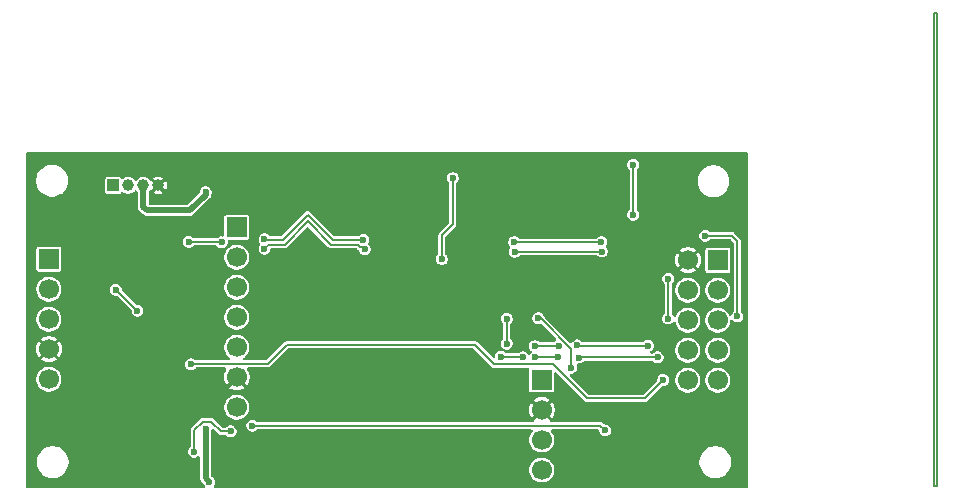
<source format=gbr>
%TF.GenerationSoftware,KiCad,Pcbnew,9.0.6*%
%TF.CreationDate,2025-12-21T22:24:18+01:00*%
%TF.ProjectId,drone_v2,64726f6e-655f-4763-922e-6b696361645f,rev?*%
%TF.SameCoordinates,Original*%
%TF.FileFunction,Copper,L1,Top*%
%TF.FilePolarity,Positive*%
%FSLAX46Y46*%
G04 Gerber Fmt 4.6, Leading zero omitted, Abs format (unit mm)*
G04 Created by KiCad (PCBNEW 9.0.6) date 2025-12-21 22:24:18*
%MOMM*%
%LPD*%
G01*
G04 APERTURE LIST*
%TA.AperFunction,NonConductor*%
%ADD10C,0.200000*%
%TD*%
%TA.AperFunction,ComponentPad*%
%ADD11R,1.700000X1.700000*%
%TD*%
%TA.AperFunction,ComponentPad*%
%ADD12C,1.700000*%
%TD*%
%TA.AperFunction,HeatsinkPad*%
%ADD13C,0.600000*%
%TD*%
%TA.AperFunction,ComponentPad*%
%ADD14R,1.000000X1.000000*%
%TD*%
%TA.AperFunction,ComponentPad*%
%ADD15C,1.000000*%
%TD*%
%TA.AperFunction,ViaPad*%
%ADD16C,0.600000*%
%TD*%
%TA.AperFunction,Conductor*%
%ADD17C,0.200000*%
%TD*%
%TA.AperFunction,Conductor*%
%ADD18C,0.500000*%
%TD*%
G04 APERTURE END LIST*
D10*
X212750000Y-34250000D02*
X213000000Y-34250000D01*
X213000000Y-74250000D01*
X212750000Y-74250000D01*
X212750000Y-34250000D01*
D11*
%TO.P,J1,1,Pin_1*%
%TO.N,unconnected-(J1-Pin_1-Pad1)*%
X153700000Y-52380000D03*
D12*
%TO.P,J1,2,Pin_2*%
%TO.N,unconnected-(J1-Pin_2-Pad2)*%
X153700000Y-54920000D03*
%TO.P,J1,3,Pin_3*%
%TO.N,unconnected-(J1-Pin_3-Pad3)*%
X153700000Y-57460000D03*
%TO.P,J1,4,Pin_4*%
%TO.N,/R*%
X153700000Y-60000000D03*
%TO.P,J1,5,Pin_5*%
%TO.N,/T*%
X153700000Y-62540000D03*
%TO.P,J1,6,Pin_6*%
%TO.N,/G*%
X153700000Y-65080000D03*
%TO.P,J1,7,Pin_7*%
%TO.N,/3v3*%
X153700000Y-67620000D03*
%TD*%
D11*
%TO.P,J4,1,Pin_1*%
%TO.N,unconnected-(J4-Pin_1-Pad1)*%
X137800000Y-55070000D03*
D12*
%TO.P,J4,2,Pin_2*%
%TO.N,/SDA*%
X137800000Y-57610000D03*
%TO.P,J4,3,Pin_3*%
%TO.N,/SCL*%
X137800000Y-60150000D03*
%TO.P,J4,4,Pin_4*%
%TO.N,/G*%
X137800000Y-62690000D03*
%TO.P,J4,5,Pin_5*%
%TO.N,/3v3*%
X137800000Y-65230000D03*
%TD*%
D11*
%TO.P,J6,1,Pin_1*%
%TO.N,/5V*%
X194440000Y-55160000D03*
D12*
%TO.P,J6,2,Pin_2*%
%TO.N,/G*%
X191900000Y-55160000D03*
%TO.P,J6,3,Pin_3*%
%TO.N,/GPIO16*%
X194440000Y-57700000D03*
%TO.P,J6,4,Pin_4*%
%TO.N,/GPIO17*%
X191900000Y-57700000D03*
%TO.P,J6,5,Pin_5*%
%TO.N,/SCL*%
X194440000Y-60240000D03*
%TO.P,J6,6,Pin_6*%
%TO.N,/RX*%
X191900000Y-60240000D03*
%TO.P,J6,7,Pin_7*%
%TO.N,/TX*%
X194440000Y-62780000D03*
%TO.P,J6,8,Pin_8*%
%TO.N,/R*%
X191900000Y-62780000D03*
%TO.P,J6,9,Pin_9*%
%TO.N,/T*%
X194440000Y-65320000D03*
%TO.P,J6,10,Pin_10*%
%TO.N,/SDA*%
X191900000Y-65320000D03*
%TD*%
D13*
%TO.P,U1,39,GND*%
%TO.N,/G*%
X162450000Y-65450000D03*
X162450000Y-66850000D03*
X163150000Y-64750000D03*
X163150000Y-66150000D03*
X163150000Y-67550000D03*
X163850000Y-65450000D03*
X163850000Y-66850000D03*
X164550000Y-64750000D03*
X164550000Y-66150000D03*
X164550000Y-67550000D03*
X165250000Y-65450000D03*
X165250000Y-66850000D03*
%TD*%
D14*
%TO.P,J3,1,Pin_1*%
%TO.N,/TX*%
X143250000Y-48825000D03*
D15*
%TO.P,J3,2,Pin_2*%
%TO.N,/RX*%
X144520000Y-48825000D03*
%TO.P,J3,3,Pin_3*%
%TO.N,/5V*%
X145790000Y-48825000D03*
%TO.P,J3,4,Pin_4*%
%TO.N,/G*%
X147060000Y-48825000D03*
%TD*%
D11*
%TO.P,J5,1,Pin_1*%
%TO.N,/3v3*%
X179525000Y-65300000D03*
D12*
%TO.P,J5,2,Pin_2*%
%TO.N,/G*%
X179525000Y-67840000D03*
%TO.P,J5,3,Pin_3*%
%TO.N,/GPIO17*%
X179525000Y-70380000D03*
%TO.P,J5,4,Pin_4*%
%TO.N,/GPIO16*%
X179525000Y-72920000D03*
%TD*%
D16*
%TO.N,Net-(U1-IO2)*%
X172000000Y-48200000D03*
%TO.N,/RX*%
X187275000Y-51300000D03*
%TO.N,/3v3*%
X151400000Y-73950000D03*
X151070000Y-69420000D03*
%TO.N,/GPIO16*%
X177925000Y-63375000D03*
X176575735Y-60125735D03*
X176075000Y-63350000D03*
X182675000Y-63400000D03*
X176575735Y-62224265D03*
X180925000Y-63350000D03*
X179000000Y-63350000D03*
X189350000Y-63375000D03*
%TO.N,/GPIO17*%
X182555925Y-62370559D03*
X180950000Y-62425000D03*
X178950000Y-62425000D03*
X188525000Y-62400000D03*
%TO.N,/R*%
X184630042Y-54423106D03*
X190250000Y-56725000D03*
X156050000Y-54175000D03*
X190225000Y-60100000D03*
X177225000Y-54450000D03*
X164548640Y-54225000D03*
%TO.N,/SCL*%
X164418862Y-53435595D03*
X196100000Y-59900000D03*
X152425000Y-53650000D03*
X184575000Y-53625000D03*
X149650000Y-53600000D03*
X156050000Y-53374997D03*
X193375000Y-53075000D03*
X177200000Y-53625000D03*
%TO.N,/SDA*%
X189800000Y-65300000D03*
X145300000Y-59425000D03*
X143450000Y-57650000D03*
X149825000Y-63975000D03*
%TO.N,/T*%
X155025000Y-69175000D03*
X184900000Y-69575000D03*
%TO.N,Net-(U1-EN)*%
X150100000Y-71375000D03*
X153200000Y-69650000D03*
%TO.N,Net-(U1-IO0)*%
X182025000Y-64250000D03*
X179225000Y-60067831D03*
%TO.N,Net-(U1-IO2)*%
X171075000Y-55050000D03*
%TO.N,/5V*%
X151075000Y-49400000D03*
%TO.N,/RX*%
X187275000Y-47075000D03*
%TD*%
D17*
%TO.N,Net-(U1-IO2)*%
X172000000Y-52100000D02*
X171075000Y-53025000D01*
X172000000Y-48200000D02*
X172000000Y-52100000D01*
%TO.N,/RX*%
X187275000Y-47075000D02*
X187275000Y-51300000D01*
D18*
%TO.N,/3v3*%
X151070000Y-69420000D02*
X151070000Y-73620000D01*
X151070000Y-73620000D02*
X151400000Y-73950000D01*
D17*
%TO.N,/GPIO16*%
X180925000Y-63350000D02*
X179000000Y-63350000D01*
X182700000Y-63375000D02*
X182675000Y-63400000D01*
X177925000Y-63375000D02*
X177900000Y-63350000D01*
X176575735Y-62224265D02*
X176575735Y-60125735D01*
X189350000Y-63375000D02*
X182700000Y-63375000D01*
X177900000Y-63350000D02*
X176075000Y-63350000D01*
%TO.N,/GPIO17*%
X188525000Y-62400000D02*
X182585366Y-62400000D01*
X182585366Y-62400000D02*
X182555925Y-62370559D01*
X180950000Y-62425000D02*
X178950000Y-62425000D01*
%TO.N,/R*%
X182601894Y-54423106D02*
X182575000Y-54450000D01*
X156298943Y-53975997D02*
X156249003Y-53975997D01*
X159712500Y-51879600D02*
X157755505Y-53836595D01*
X164169919Y-54036595D02*
X163969919Y-53836595D01*
X161669495Y-53836595D02*
X159712500Y-51879600D01*
X190225000Y-56750000D02*
X190250000Y-56725000D01*
X164360235Y-54036595D02*
X164169919Y-54036595D01*
X184630042Y-54423106D02*
X182601894Y-54423106D01*
X156438345Y-53836595D02*
X156298943Y-53975997D01*
X177225000Y-54450000D02*
X182575000Y-54450000D01*
X164548640Y-54225000D02*
X164360235Y-54036595D01*
X163969919Y-53836595D02*
X161669495Y-53836595D01*
X157755505Y-53836595D02*
X156438345Y-53836595D01*
X156249003Y-53975997D02*
X156050000Y-54175000D01*
X190225000Y-60100000D02*
X190225000Y-56750000D01*
%TO.N,/SCL*%
X156110598Y-53435595D02*
X156050000Y-53374997D01*
X196100000Y-53525000D02*
X196100000Y-59900000D01*
X164418862Y-53435595D02*
X161835595Y-53435595D01*
X184575000Y-53625000D02*
X177200000Y-53625000D01*
X195650000Y-53075000D02*
X196100000Y-53525000D01*
X193375000Y-53075000D02*
X195650000Y-53075000D01*
X159712500Y-51312500D02*
X157589405Y-53435595D01*
X157589405Y-53435595D02*
X156110598Y-53435595D01*
X152375000Y-53600000D02*
X149650000Y-53600000D01*
X152425000Y-53650000D02*
X152375000Y-53600000D01*
X161835595Y-53435595D02*
X159712500Y-51312500D01*
%TO.N,/SDA*%
X173875000Y-62325000D02*
X157925000Y-62325000D01*
X145300000Y-59425000D02*
X143525000Y-57650000D01*
X149871000Y-63929000D02*
X149825000Y-63975000D01*
X143525000Y-57650000D02*
X143450000Y-57650000D01*
X181827000Y-65302000D02*
X181827000Y-65300000D01*
X175526000Y-63976000D02*
X173875000Y-62325000D01*
X188250000Y-66850000D02*
X183375000Y-66850000D01*
X183375000Y-66850000D02*
X181827000Y-65302000D01*
X189800000Y-65300000D02*
X188250000Y-66850000D01*
X157925000Y-62325000D02*
X156321000Y-63929000D01*
X149871000Y-63929000D02*
X156321000Y-63929000D01*
X181827000Y-65300000D02*
X180503000Y-63976000D01*
X180503000Y-63976000D02*
X175526000Y-63976000D01*
%TO.N,/T*%
X184900000Y-69575000D02*
X184500000Y-69175000D01*
X184500000Y-69175000D02*
X155025000Y-69175000D01*
%TO.N,Net-(U1-EN)*%
X150100000Y-69540057D02*
X150821057Y-68819000D01*
X151544000Y-68819000D02*
X152375000Y-69650000D01*
X150821057Y-68819000D02*
X151544000Y-68819000D01*
X150100000Y-71375000D02*
X150100000Y-69540057D01*
X152375000Y-69650000D02*
X153200000Y-69650000D01*
%TO.N,Net-(U1-IO0)*%
X179442774Y-60067831D02*
X179225000Y-60067831D01*
X182025000Y-64250000D02*
X182025000Y-62650057D01*
X182025000Y-62650057D02*
X179442774Y-60067831D01*
%TO.N,Net-(U1-IO2)*%
X171075000Y-53025000D02*
X171075000Y-55050000D01*
D18*
%TO.N,/5V*%
X145790000Y-50640000D02*
X145790000Y-48825000D01*
X145790000Y-50640000D02*
X146075000Y-50925000D01*
X151075000Y-49400000D02*
X151075000Y-49600000D01*
X149750000Y-50925000D02*
X146075000Y-50925000D01*
X151075000Y-49600000D02*
X149750000Y-50925000D01*
%TD*%
%TA.AperFunction,Conductor*%
%TO.N,/G*%
G36*
X196967539Y-46045185D02*
G01*
X197013294Y-46097989D01*
X197024500Y-46149500D01*
X197024500Y-74325500D01*
X197004815Y-74392539D01*
X196952011Y-74438294D01*
X196900500Y-74449500D01*
X151904315Y-74449500D01*
X151837276Y-74429815D01*
X151791521Y-74377011D01*
X151781577Y-74307853D01*
X151796928Y-74263499D01*
X151800497Y-74257316D01*
X151800500Y-74257314D01*
X151866392Y-74143186D01*
X151900500Y-74015892D01*
X151900500Y-73884108D01*
X151866392Y-73756814D01*
X151866372Y-73756780D01*
X151821643Y-73679307D01*
X151800500Y-73642686D01*
X151707314Y-73549500D01*
X151593186Y-73483608D01*
X151593185Y-73483607D01*
X151586147Y-73479544D01*
X151587376Y-73477413D01*
X151542645Y-73441367D01*
X151520579Y-73375073D01*
X151520500Y-73370646D01*
X151520500Y-72816530D01*
X178474500Y-72816530D01*
X178474500Y-73023469D01*
X178514868Y-73226412D01*
X178514870Y-73226420D01*
X178588860Y-73405048D01*
X178594059Y-73417598D01*
X178609941Y-73441367D01*
X178709024Y-73589657D01*
X178855342Y-73735975D01*
X178855345Y-73735977D01*
X179027402Y-73850941D01*
X179218580Y-73930130D01*
X179421530Y-73970499D01*
X179421534Y-73970500D01*
X179421535Y-73970500D01*
X179628466Y-73970500D01*
X179628467Y-73970499D01*
X179831420Y-73930130D01*
X180022598Y-73850941D01*
X180194655Y-73735977D01*
X180340977Y-73589655D01*
X180455941Y-73417598D01*
X180535130Y-73226420D01*
X180575500Y-73023465D01*
X180575500Y-72816535D01*
X180535130Y-72613580D01*
X180455941Y-72422402D01*
X180340977Y-72250345D01*
X180340975Y-72250342D01*
X180234346Y-72143713D01*
X192874500Y-72143713D01*
X192874500Y-72356287D01*
X192907754Y-72566243D01*
X192923134Y-72613579D01*
X192973444Y-72768414D01*
X193069951Y-72957820D01*
X193194890Y-73129786D01*
X193345213Y-73280109D01*
X193517179Y-73405048D01*
X193517181Y-73405049D01*
X193517184Y-73405051D01*
X193706588Y-73501557D01*
X193908757Y-73567246D01*
X194118713Y-73600500D01*
X194118714Y-73600500D01*
X194331286Y-73600500D01*
X194331287Y-73600500D01*
X194541243Y-73567246D01*
X194743412Y-73501557D01*
X194932816Y-73405051D01*
X194954789Y-73389086D01*
X195104786Y-73280109D01*
X195104788Y-73280106D01*
X195104792Y-73280104D01*
X195255104Y-73129792D01*
X195255106Y-73129788D01*
X195255109Y-73129786D01*
X195380048Y-72957820D01*
X195380047Y-72957820D01*
X195380051Y-72957816D01*
X195476557Y-72768412D01*
X195542246Y-72566243D01*
X195575500Y-72356287D01*
X195575500Y-72143713D01*
X195542246Y-71933757D01*
X195476557Y-71731588D01*
X195380051Y-71542184D01*
X195380049Y-71542181D01*
X195380048Y-71542179D01*
X195255109Y-71370213D01*
X195104786Y-71219890D01*
X194932820Y-71094951D01*
X194743414Y-70998444D01*
X194743413Y-70998443D01*
X194743412Y-70998443D01*
X194541243Y-70932754D01*
X194541241Y-70932753D01*
X194541240Y-70932753D01*
X194379957Y-70907208D01*
X194331287Y-70899500D01*
X194118713Y-70899500D01*
X194070042Y-70907208D01*
X193908760Y-70932753D01*
X193706585Y-70998444D01*
X193517179Y-71094951D01*
X193345213Y-71219890D01*
X193194890Y-71370213D01*
X193069951Y-71542179D01*
X192973444Y-71731585D01*
X192907753Y-71933760D01*
X192898995Y-71989058D01*
X192874500Y-72143713D01*
X180234346Y-72143713D01*
X180194657Y-72104024D01*
X180108626Y-72046541D01*
X180022598Y-71989059D01*
X179831420Y-71909870D01*
X179831412Y-71909868D01*
X179628469Y-71869500D01*
X179628465Y-71869500D01*
X179421535Y-71869500D01*
X179421530Y-71869500D01*
X179218587Y-71909868D01*
X179218579Y-71909870D01*
X179027403Y-71989058D01*
X178855342Y-72104024D01*
X178709024Y-72250342D01*
X178594058Y-72422403D01*
X178514870Y-72613579D01*
X178514868Y-72613587D01*
X178474500Y-72816530D01*
X151520500Y-72816530D01*
X151520500Y-69673936D01*
X151525783Y-69638128D01*
X151529930Y-69624377D01*
X151536392Y-69613186D01*
X151560945Y-69521549D01*
X151561493Y-69519735D01*
X151579581Y-69492038D01*
X151596799Y-69463790D01*
X151598602Y-69462914D01*
X151599698Y-69461236D01*
X151629881Y-69447718D01*
X151659645Y-69433260D01*
X151661636Y-69433498D01*
X151663465Y-69432679D01*
X151696170Y-69437626D01*
X151729021Y-69441554D01*
X151731004Y-69442896D01*
X151732549Y-69443130D01*
X151736555Y-69446653D01*
X151767891Y-69467862D01*
X152134540Y-69834511D01*
X152190489Y-69890460D01*
X152190491Y-69890461D01*
X152190495Y-69890464D01*
X152259004Y-69930017D01*
X152259011Y-69930021D01*
X152335438Y-69950500D01*
X152741324Y-69950500D01*
X152808363Y-69970185D01*
X152829005Y-69986819D01*
X152892686Y-70050500D01*
X153006814Y-70116392D01*
X153134108Y-70150500D01*
X153134110Y-70150500D01*
X153265890Y-70150500D01*
X153265892Y-70150500D01*
X153393186Y-70116392D01*
X153507314Y-70050500D01*
X153600500Y-69957314D01*
X153666392Y-69843186D01*
X153700500Y-69715892D01*
X153700500Y-69584108D01*
X153666392Y-69456814D01*
X153600500Y-69342686D01*
X153507314Y-69249500D01*
X153507312Y-69249499D01*
X153507310Y-69249497D01*
X153436072Y-69208368D01*
X153436071Y-69208368D01*
X153393187Y-69183608D01*
X153329539Y-69166554D01*
X153265892Y-69149500D01*
X153134108Y-69149500D01*
X153006812Y-69183608D01*
X152892686Y-69249500D01*
X152892683Y-69249502D01*
X152829005Y-69313181D01*
X152802077Y-69327884D01*
X152776259Y-69344477D01*
X152770058Y-69345368D01*
X152767682Y-69346666D01*
X152741324Y-69349500D01*
X152550833Y-69349500D01*
X152483794Y-69329815D01*
X152463152Y-69313181D01*
X152259079Y-69109108D01*
X154524500Y-69109108D01*
X154524500Y-69240892D01*
X154540230Y-69299597D01*
X154558608Y-69368187D01*
X154566475Y-69381812D01*
X154624500Y-69482314D01*
X154717686Y-69575500D01*
X154816521Y-69632563D01*
X154830944Y-69640890D01*
X154831814Y-69641392D01*
X154959108Y-69675500D01*
X154959110Y-69675500D01*
X155090890Y-69675500D01*
X155090892Y-69675500D01*
X155218186Y-69641392D01*
X155332314Y-69575500D01*
X155395995Y-69511819D01*
X155457318Y-69478334D01*
X155483676Y-69475500D01*
X178644505Y-69475500D01*
X178711544Y-69495185D01*
X178757299Y-69547989D01*
X178767243Y-69617147D01*
X178738218Y-69680703D01*
X178732186Y-69687181D01*
X178709025Y-69710341D01*
X178709024Y-69710342D01*
X178594058Y-69882403D01*
X178514870Y-70073579D01*
X178514868Y-70073587D01*
X178474500Y-70276530D01*
X178474500Y-70483469D01*
X178514868Y-70686412D01*
X178514870Y-70686420D01*
X178594059Y-70877598D01*
X178619934Y-70916323D01*
X178709024Y-71049657D01*
X178855342Y-71195975D01*
X178855345Y-71195977D01*
X179027402Y-71310941D01*
X179218580Y-71390130D01*
X179421530Y-71430499D01*
X179421534Y-71430500D01*
X179421535Y-71430500D01*
X179628466Y-71430500D01*
X179628467Y-71430499D01*
X179831420Y-71390130D01*
X180022598Y-71310941D01*
X180194655Y-71195977D01*
X180340977Y-71049655D01*
X180455941Y-70877598D01*
X180535130Y-70686420D01*
X180575500Y-70483465D01*
X180575500Y-70276535D01*
X180535130Y-70073580D01*
X180455941Y-69882402D01*
X180340977Y-69710345D01*
X180340975Y-69710342D01*
X180317814Y-69687181D01*
X180284329Y-69625858D01*
X180289313Y-69556166D01*
X180331185Y-69500233D01*
X180396649Y-69475816D01*
X180405495Y-69475500D01*
X184275500Y-69475500D01*
X184342539Y-69495185D01*
X184388294Y-69547989D01*
X184399500Y-69599500D01*
X184399500Y-69640891D01*
X184433608Y-69768187D01*
X184466554Y-69825250D01*
X184499500Y-69882314D01*
X184592686Y-69975500D01*
X184706814Y-70041392D01*
X184834108Y-70075500D01*
X184834110Y-70075500D01*
X184965890Y-70075500D01*
X184965892Y-70075500D01*
X185093186Y-70041392D01*
X185207314Y-69975500D01*
X185300500Y-69882314D01*
X185366392Y-69768186D01*
X185400500Y-69640892D01*
X185400500Y-69509108D01*
X185366392Y-69381814D01*
X185300500Y-69267686D01*
X185207314Y-69174500D01*
X185150250Y-69141554D01*
X185093187Y-69108608D01*
X185029539Y-69091554D01*
X184965892Y-69074500D01*
X184875833Y-69074500D01*
X184848521Y-69066480D01*
X184820499Y-69061469D01*
X184812952Y-69056036D01*
X184808794Y-69054815D01*
X184791477Y-69041385D01*
X184789792Y-69039821D01*
X184684511Y-68934540D01*
X184675066Y-68929087D01*
X184615991Y-68894980D01*
X184615990Y-68894979D01*
X184590513Y-68888152D01*
X184539562Y-68874500D01*
X184539560Y-68874500D01*
X180311377Y-68874500D01*
X180244338Y-68854815D01*
X180198583Y-68802011D01*
X180187759Y-68740772D01*
X180189647Y-68716778D01*
X179756539Y-68283670D01*
X179832007Y-68240099D01*
X179925099Y-68147007D01*
X179968670Y-68071539D01*
X180401778Y-68504647D01*
X180401778Y-68504646D01*
X180465803Y-68416525D01*
X180544408Y-68262257D01*
X180597914Y-68097584D01*
X180625000Y-67926571D01*
X180625000Y-67753428D01*
X180597914Y-67582415D01*
X180544408Y-67417742D01*
X180465801Y-67263471D01*
X180401780Y-67175352D01*
X180401778Y-67175351D01*
X179968670Y-67608460D01*
X179925099Y-67532993D01*
X179832007Y-67439901D01*
X179756538Y-67396329D01*
X180189647Y-66963220D01*
X180189646Y-66963219D01*
X180101528Y-66899198D01*
X179947257Y-66820591D01*
X179782584Y-66767085D01*
X179611571Y-66740000D01*
X179438429Y-66740000D01*
X179267415Y-66767085D01*
X179102742Y-66820591D01*
X178948478Y-66899194D01*
X178860352Y-66963220D01*
X179293461Y-67396329D01*
X179217993Y-67439901D01*
X179124901Y-67532993D01*
X179081329Y-67608461D01*
X178648220Y-67175352D01*
X178584194Y-67263478D01*
X178505591Y-67417742D01*
X178452085Y-67582415D01*
X178425000Y-67753428D01*
X178425000Y-67926571D01*
X178452085Y-68097584D01*
X178505591Y-68262257D01*
X178584198Y-68416528D01*
X178648219Y-68504646D01*
X178648220Y-68504647D01*
X179081329Y-68071538D01*
X179124901Y-68147007D01*
X179217993Y-68240099D01*
X179293460Y-68283670D01*
X178860351Y-68716778D01*
X178862240Y-68740772D01*
X178847875Y-68809149D01*
X178798824Y-68858905D01*
X178738622Y-68874500D01*
X155483676Y-68874500D01*
X155416637Y-68854815D01*
X155395995Y-68838181D01*
X155332316Y-68774502D01*
X155332314Y-68774500D01*
X155273896Y-68740772D01*
X155218187Y-68708608D01*
X155154539Y-68691554D01*
X155090892Y-68674500D01*
X154959108Y-68674500D01*
X154831812Y-68708608D01*
X154717686Y-68774500D01*
X154717683Y-68774502D01*
X154624502Y-68867683D01*
X154624500Y-68867686D01*
X154558608Y-68981812D01*
X154524634Y-69108608D01*
X154524500Y-69109108D01*
X152259079Y-69109108D01*
X151728512Y-68578541D01*
X151728504Y-68578535D01*
X151659995Y-68538982D01*
X151659990Y-68538979D01*
X151634513Y-68532152D01*
X151583562Y-68518500D01*
X150860619Y-68518500D01*
X150781495Y-68518500D01*
X150705067Y-68538978D01*
X150636546Y-68578540D01*
X150636543Y-68578542D01*
X149859541Y-69355544D01*
X149859535Y-69355552D01*
X149819982Y-69424061D01*
X149819979Y-69424066D01*
X149799500Y-69500496D01*
X149799500Y-70916323D01*
X149779815Y-70983362D01*
X149763182Y-71004004D01*
X149699500Y-71067686D01*
X149633608Y-71181812D01*
X149599500Y-71309108D01*
X149599500Y-71440891D01*
X149633608Y-71568187D01*
X149666554Y-71625250D01*
X149699500Y-71682314D01*
X149792686Y-71775500D01*
X149906814Y-71841392D01*
X150034108Y-71875500D01*
X150034110Y-71875500D01*
X150165890Y-71875500D01*
X150165892Y-71875500D01*
X150293186Y-71841392D01*
X150407314Y-71775500D01*
X150407819Y-71774995D01*
X150408346Y-71774706D01*
X150413760Y-71770553D01*
X150414407Y-71771397D01*
X150469142Y-71741510D01*
X150538834Y-71746494D01*
X150594767Y-71788366D01*
X150619184Y-71853830D01*
X150619500Y-71862676D01*
X150619500Y-73679309D01*
X150627304Y-73708435D01*
X150640258Y-73756780D01*
X150640265Y-73756803D01*
X150640268Y-73756814D01*
X150650201Y-73793887D01*
X150709511Y-73896614D01*
X150709513Y-73896616D01*
X150901887Y-74088990D01*
X150922973Y-74117125D01*
X150930125Y-74130189D01*
X150933608Y-74143186D01*
X150999500Y-74257314D01*
X150999990Y-74257804D01*
X151004452Y-74265954D01*
X151011624Y-74298752D01*
X151019545Y-74331399D01*
X151019066Y-74332781D01*
X151019379Y-74334210D01*
X151007675Y-74365692D01*
X150996693Y-74397426D01*
X150995543Y-74398329D01*
X150995034Y-74399701D01*
X150968167Y-74419859D01*
X150941772Y-74440617D01*
X150940062Y-74440946D01*
X150939146Y-74441634D01*
X150934893Y-74441942D01*
X150895685Y-74449500D01*
X135974500Y-74449500D01*
X135907461Y-74429815D01*
X135861706Y-74377011D01*
X135850500Y-74325500D01*
X135850500Y-72143713D01*
X136774500Y-72143713D01*
X136774500Y-72356287D01*
X136807754Y-72566243D01*
X136823134Y-72613579D01*
X136873444Y-72768414D01*
X136969951Y-72957820D01*
X137094890Y-73129786D01*
X137245213Y-73280109D01*
X137417179Y-73405048D01*
X137417181Y-73405049D01*
X137417184Y-73405051D01*
X137606588Y-73501557D01*
X137808757Y-73567246D01*
X138018713Y-73600500D01*
X138018714Y-73600500D01*
X138231286Y-73600500D01*
X138231287Y-73600500D01*
X138441243Y-73567246D01*
X138643412Y-73501557D01*
X138832816Y-73405051D01*
X138854789Y-73389086D01*
X139004786Y-73280109D01*
X139004788Y-73280106D01*
X139004792Y-73280104D01*
X139155104Y-73129792D01*
X139155106Y-73129788D01*
X139155109Y-73129786D01*
X139280048Y-72957820D01*
X139280047Y-72957820D01*
X139280051Y-72957816D01*
X139376557Y-72768412D01*
X139442246Y-72566243D01*
X139475500Y-72356287D01*
X139475500Y-72143713D01*
X139442246Y-71933757D01*
X139376557Y-71731588D01*
X139280051Y-71542184D01*
X139280049Y-71542181D01*
X139280048Y-71542179D01*
X139155109Y-71370213D01*
X139004786Y-71219890D01*
X138832820Y-71094951D01*
X138643414Y-70998444D01*
X138643413Y-70998443D01*
X138643412Y-70998443D01*
X138441243Y-70932754D01*
X138441241Y-70932753D01*
X138441240Y-70932753D01*
X138279957Y-70907208D01*
X138231287Y-70899500D01*
X138018713Y-70899500D01*
X137970042Y-70907208D01*
X137808760Y-70932753D01*
X137606585Y-70998444D01*
X137417179Y-71094951D01*
X137245213Y-71219890D01*
X137094890Y-71370213D01*
X136969951Y-71542179D01*
X136873444Y-71731585D01*
X136807753Y-71933760D01*
X136798995Y-71989058D01*
X136774500Y-72143713D01*
X135850500Y-72143713D01*
X135850500Y-67516530D01*
X152649500Y-67516530D01*
X152649500Y-67723469D01*
X152689868Y-67926412D01*
X152689870Y-67926420D01*
X152769059Y-68117598D01*
X152826541Y-68203626D01*
X152884024Y-68289657D01*
X153030342Y-68435975D01*
X153030345Y-68435977D01*
X153202402Y-68550941D01*
X153393580Y-68630130D01*
X153596530Y-68670499D01*
X153596534Y-68670500D01*
X153596535Y-68670500D01*
X153803466Y-68670500D01*
X153803467Y-68670499D01*
X154006420Y-68630130D01*
X154197598Y-68550941D01*
X154369655Y-68435977D01*
X154515977Y-68289655D01*
X154630941Y-68117598D01*
X154710130Y-67926420D01*
X154750500Y-67723465D01*
X154750500Y-67516535D01*
X154710130Y-67313580D01*
X154630941Y-67122402D01*
X154515977Y-66950345D01*
X154515975Y-66950342D01*
X154369657Y-66804024D01*
X154273837Y-66740000D01*
X154197598Y-66689059D01*
X154006420Y-66609870D01*
X154006412Y-66609868D01*
X153803469Y-66569500D01*
X153803465Y-66569500D01*
X153596535Y-66569500D01*
X153596530Y-66569500D01*
X153393587Y-66609868D01*
X153393579Y-66609870D01*
X153202403Y-66689058D01*
X153030342Y-66804024D01*
X152884024Y-66950342D01*
X152769058Y-67122403D01*
X152689870Y-67313579D01*
X152689868Y-67313587D01*
X152649500Y-67516530D01*
X135850500Y-67516530D01*
X135850500Y-65126530D01*
X136749500Y-65126530D01*
X136749500Y-65333469D01*
X136789868Y-65536412D01*
X136789870Y-65536420D01*
X136857834Y-65700500D01*
X136869059Y-65727598D01*
X136894980Y-65766392D01*
X136984024Y-65899657D01*
X137130342Y-66045975D01*
X137130345Y-66045977D01*
X137302402Y-66160941D01*
X137493580Y-66240130D01*
X137696530Y-66280499D01*
X137696534Y-66280500D01*
X137696535Y-66280500D01*
X137903466Y-66280500D01*
X137903467Y-66280499D01*
X138106420Y-66240130D01*
X138297598Y-66160941D01*
X138469655Y-66045977D01*
X138615977Y-65899655D01*
X138730941Y-65727598D01*
X138810130Y-65536420D01*
X138850500Y-65333465D01*
X138850500Y-65126535D01*
X138810130Y-64923580D01*
X138730941Y-64732402D01*
X138615977Y-64560345D01*
X138615975Y-64560342D01*
X138469657Y-64414024D01*
X138359179Y-64340206D01*
X138297598Y-64299059D01*
X138257172Y-64282314D01*
X138106420Y-64219870D01*
X138106412Y-64219868D01*
X137903469Y-64179500D01*
X137903465Y-64179500D01*
X137696535Y-64179500D01*
X137696530Y-64179500D01*
X137493587Y-64219868D01*
X137493579Y-64219870D01*
X137302403Y-64299058D01*
X137130342Y-64414024D01*
X136984024Y-64560342D01*
X136869058Y-64732403D01*
X136789870Y-64923579D01*
X136789868Y-64923587D01*
X136749500Y-65126530D01*
X135850500Y-65126530D01*
X135850500Y-63909108D01*
X149324500Y-63909108D01*
X149324500Y-64040892D01*
X149328766Y-64056812D01*
X149358608Y-64168187D01*
X149386479Y-64216460D01*
X149424500Y-64282314D01*
X149517686Y-64375500D01*
X149631814Y-64441392D01*
X149759108Y-64475500D01*
X149759110Y-64475500D01*
X149890890Y-64475500D01*
X149890892Y-64475500D01*
X150018186Y-64441392D01*
X150132314Y-64375500D01*
X150225500Y-64282314D01*
X150225501Y-64282311D01*
X150228804Y-64278009D01*
X150285233Y-64236809D01*
X150327176Y-64229500D01*
X152714886Y-64229500D01*
X152781925Y-64249185D01*
X152827680Y-64301989D01*
X152837624Y-64371147D01*
X152815204Y-64426385D01*
X152759198Y-64503471D01*
X152680591Y-64657742D01*
X152627085Y-64822415D01*
X152600000Y-64993428D01*
X152600000Y-65166571D01*
X152627085Y-65337584D01*
X152680591Y-65502257D01*
X152759198Y-65656528D01*
X152823219Y-65744646D01*
X152823219Y-65744647D01*
X153256328Y-65311537D01*
X153299901Y-65387007D01*
X153392993Y-65480099D01*
X153468459Y-65523669D01*
X153035351Y-65956778D01*
X153035352Y-65956780D01*
X153123471Y-66020801D01*
X153277742Y-66099408D01*
X153442415Y-66152914D01*
X153613429Y-66180000D01*
X153786571Y-66180000D01*
X153957584Y-66152914D01*
X154122257Y-66099408D01*
X154276525Y-66020803D01*
X154364646Y-65956778D01*
X154364647Y-65956778D01*
X153931539Y-65523670D01*
X154007007Y-65480099D01*
X154100099Y-65387007D01*
X154143670Y-65311539D01*
X154576778Y-65744647D01*
X154576778Y-65744646D01*
X154640803Y-65656525D01*
X154719408Y-65502257D01*
X154772914Y-65337584D01*
X154800000Y-65166571D01*
X154800000Y-64993428D01*
X154772914Y-64822415D01*
X154719408Y-64657742D01*
X154640801Y-64503471D01*
X154584796Y-64426385D01*
X154561316Y-64360579D01*
X154577142Y-64292525D01*
X154627248Y-64243830D01*
X154685114Y-64229500D01*
X156360560Y-64229500D01*
X156360562Y-64229500D01*
X156436989Y-64209021D01*
X156505511Y-64169460D01*
X156561460Y-64113511D01*
X158013152Y-62661819D01*
X158074475Y-62628334D01*
X158100833Y-62625500D01*
X173699167Y-62625500D01*
X173766206Y-62645185D01*
X173786848Y-62661819D01*
X175341489Y-64216460D01*
X175410012Y-64256022D01*
X175486438Y-64276500D01*
X178353988Y-64276500D01*
X178421027Y-64296185D01*
X178466782Y-64348989D01*
X178476726Y-64418147D01*
X178475606Y-64424687D01*
X178474500Y-64430247D01*
X178474500Y-66169752D01*
X178486131Y-66228229D01*
X178486132Y-66228230D01*
X178530447Y-66294552D01*
X178596769Y-66338867D01*
X178596770Y-66338868D01*
X178655247Y-66350499D01*
X178655250Y-66350500D01*
X178655252Y-66350500D01*
X180394750Y-66350500D01*
X180394751Y-66350499D01*
X180409568Y-66347552D01*
X180453229Y-66338868D01*
X180453229Y-66338867D01*
X180453231Y-66338867D01*
X180519552Y-66294552D01*
X180563867Y-66228231D01*
X180563867Y-66228229D01*
X180563868Y-66228229D01*
X180575499Y-66169752D01*
X180575500Y-66169750D01*
X180575500Y-64772833D01*
X180595185Y-64705794D01*
X180647989Y-64660039D01*
X180717147Y-64650095D01*
X180780703Y-64679120D01*
X180787181Y-64685152D01*
X181574195Y-65472166D01*
X181584887Y-65484357D01*
X181586539Y-65486510D01*
X181586540Y-65486511D01*
X183190489Y-67090460D01*
X183245814Y-67122402D01*
X183259008Y-67130020D01*
X183259012Y-67130022D01*
X183335438Y-67150500D01*
X183335440Y-67150500D01*
X188289560Y-67150500D01*
X188289562Y-67150500D01*
X188365989Y-67130021D01*
X188434511Y-67090460D01*
X188490460Y-67034511D01*
X189688151Y-65836818D01*
X189749474Y-65803334D01*
X189775832Y-65800500D01*
X189865890Y-65800500D01*
X189865892Y-65800500D01*
X189993186Y-65766392D01*
X190107314Y-65700500D01*
X190200500Y-65607314D01*
X190266392Y-65493186D01*
X190300500Y-65365892D01*
X190300500Y-65234108D01*
X190295790Y-65216530D01*
X190849500Y-65216530D01*
X190849500Y-65423469D01*
X190889868Y-65626412D01*
X190889870Y-65626420D01*
X190969058Y-65817596D01*
X191084024Y-65989657D01*
X191230342Y-66135975D01*
X191230345Y-66135977D01*
X191402402Y-66250941D01*
X191593580Y-66330130D01*
X191796530Y-66370499D01*
X191796534Y-66370500D01*
X191796535Y-66370500D01*
X192003466Y-66370500D01*
X192003467Y-66370499D01*
X192206420Y-66330130D01*
X192397598Y-66250941D01*
X192569655Y-66135977D01*
X192715977Y-65989655D01*
X192830941Y-65817598D01*
X192910130Y-65626420D01*
X192950500Y-65423465D01*
X192950500Y-65216535D01*
X192950499Y-65216530D01*
X193389500Y-65216530D01*
X193389500Y-65423469D01*
X193429868Y-65626412D01*
X193429870Y-65626420D01*
X193509058Y-65817596D01*
X193624024Y-65989657D01*
X193770342Y-66135975D01*
X193770345Y-66135977D01*
X193942402Y-66250941D01*
X194133580Y-66330130D01*
X194336530Y-66370499D01*
X194336534Y-66370500D01*
X194336535Y-66370500D01*
X194543466Y-66370500D01*
X194543467Y-66370499D01*
X194746420Y-66330130D01*
X194937598Y-66250941D01*
X195109655Y-66135977D01*
X195255977Y-65989655D01*
X195370941Y-65817598D01*
X195450130Y-65626420D01*
X195490500Y-65423465D01*
X195490500Y-65216535D01*
X195450130Y-65013580D01*
X195370941Y-64822402D01*
X195255977Y-64650345D01*
X195255975Y-64650342D01*
X195109657Y-64504024D01*
X194999248Y-64430252D01*
X194937598Y-64389059D01*
X194904861Y-64375499D01*
X194746420Y-64309870D01*
X194746412Y-64309868D01*
X194543469Y-64269500D01*
X194543465Y-64269500D01*
X194336535Y-64269500D01*
X194336530Y-64269500D01*
X194133587Y-64309868D01*
X194133579Y-64309870D01*
X193942403Y-64389058D01*
X193770342Y-64504024D01*
X193624024Y-64650342D01*
X193509058Y-64822403D01*
X193429870Y-65013579D01*
X193429868Y-65013587D01*
X193389500Y-65216530D01*
X192950499Y-65216530D01*
X192910130Y-65013580D01*
X192830941Y-64822402D01*
X192715977Y-64650345D01*
X192715975Y-64650342D01*
X192569657Y-64504024D01*
X192459248Y-64430252D01*
X192397598Y-64389059D01*
X192364861Y-64375499D01*
X192206420Y-64309870D01*
X192206412Y-64309868D01*
X192003469Y-64269500D01*
X192003465Y-64269500D01*
X191796535Y-64269500D01*
X191796530Y-64269500D01*
X191593587Y-64309868D01*
X191593579Y-64309870D01*
X191402403Y-64389058D01*
X191230342Y-64504024D01*
X191084024Y-64650342D01*
X190969058Y-64822403D01*
X190889870Y-65013579D01*
X190889868Y-65013587D01*
X190849500Y-65216530D01*
X190295790Y-65216530D01*
X190266392Y-65106814D01*
X190200500Y-64992686D01*
X190107314Y-64899500D01*
X190048686Y-64865651D01*
X189993187Y-64833608D01*
X189929539Y-64816554D01*
X189865892Y-64799500D01*
X189734108Y-64799500D01*
X189606812Y-64833608D01*
X189492686Y-64899500D01*
X189492683Y-64899502D01*
X189399502Y-64992683D01*
X189399500Y-64992686D01*
X189333608Y-65106812D01*
X189299500Y-65234108D01*
X189299500Y-65324166D01*
X189279815Y-65391205D01*
X189263181Y-65411847D01*
X188161848Y-66513181D01*
X188100525Y-66546666D01*
X188074167Y-66549500D01*
X183550833Y-66549500D01*
X183483794Y-66529815D01*
X183463152Y-66513181D01*
X182079804Y-65129833D01*
X182079279Y-65129306D01*
X182070036Y-65119952D01*
X182067460Y-65115489D01*
X181913792Y-64961821D01*
X181913627Y-64961654D01*
X181897198Y-64931132D01*
X181880667Y-64900858D01*
X181880694Y-64900472D01*
X181880511Y-64900131D01*
X181883184Y-64865651D01*
X181885651Y-64831166D01*
X181885883Y-64830856D01*
X181885913Y-64830470D01*
X181906791Y-64802926D01*
X181927523Y-64775233D01*
X181927886Y-64775097D01*
X181928120Y-64774789D01*
X181960599Y-64762895D01*
X181992987Y-64750816D01*
X181993654Y-64750792D01*
X181993729Y-64750765D01*
X181993823Y-64750786D01*
X182001833Y-64750500D01*
X182090890Y-64750500D01*
X182090892Y-64750500D01*
X182218186Y-64716392D01*
X182332314Y-64650500D01*
X182425500Y-64557314D01*
X182491392Y-64443186D01*
X182525500Y-64315892D01*
X182525500Y-64184108D01*
X182491392Y-64056814D01*
X182491390Y-64056810D01*
X182491332Y-64056594D01*
X182492995Y-63986744D01*
X182532157Y-63928881D01*
X182596386Y-63901377D01*
X182611107Y-63900500D01*
X182740890Y-63900500D01*
X182740892Y-63900500D01*
X182868186Y-63866392D01*
X182982314Y-63800500D01*
X183070995Y-63711819D01*
X183132318Y-63678334D01*
X183158676Y-63675500D01*
X188891324Y-63675500D01*
X188958363Y-63695185D01*
X188979005Y-63711819D01*
X189042686Y-63775500D01*
X189156814Y-63841392D01*
X189284108Y-63875500D01*
X189284110Y-63875500D01*
X189415890Y-63875500D01*
X189415892Y-63875500D01*
X189543186Y-63841392D01*
X189657314Y-63775500D01*
X189750500Y-63682314D01*
X189816392Y-63568186D01*
X189850500Y-63440892D01*
X189850500Y-63309108D01*
X189816392Y-63181814D01*
X189750500Y-63067686D01*
X189657314Y-62974500D01*
X189586487Y-62933608D01*
X189543187Y-62908608D01*
X189459341Y-62886142D01*
X189415892Y-62874500D01*
X189284108Y-62874500D01*
X189156812Y-62908608D01*
X189042686Y-62974500D01*
X189042683Y-62974502D01*
X188979005Y-63038181D01*
X188952077Y-63052884D01*
X188926259Y-63069477D01*
X188920058Y-63070368D01*
X188917682Y-63071666D01*
X188891324Y-63074500D01*
X188820507Y-63074500D01*
X188753468Y-63054815D01*
X188707713Y-63002011D01*
X188697769Y-62932853D01*
X188726794Y-62869297D01*
X188758506Y-62843113D01*
X188832314Y-62800500D01*
X188925500Y-62707314D01*
X188943273Y-62676530D01*
X190849500Y-62676530D01*
X190849500Y-62883469D01*
X190889868Y-63086412D01*
X190889870Y-63086420D01*
X190964473Y-63266528D01*
X190969059Y-63277598D01*
X191020540Y-63354646D01*
X191084024Y-63449657D01*
X191230342Y-63595975D01*
X191230345Y-63595977D01*
X191402402Y-63710941D01*
X191593580Y-63790130D01*
X191792860Y-63829769D01*
X191796530Y-63830499D01*
X191796534Y-63830500D01*
X191796535Y-63830500D01*
X192003466Y-63830500D01*
X192003467Y-63830499D01*
X192206420Y-63790130D01*
X192397598Y-63710941D01*
X192569655Y-63595977D01*
X192715977Y-63449655D01*
X192830941Y-63277598D01*
X192910130Y-63086420D01*
X192950500Y-62883465D01*
X192950500Y-62676535D01*
X192950499Y-62676530D01*
X193389500Y-62676530D01*
X193389500Y-62883469D01*
X193429868Y-63086412D01*
X193429870Y-63086420D01*
X193504473Y-63266528D01*
X193509059Y-63277598D01*
X193560540Y-63354646D01*
X193624024Y-63449657D01*
X193770342Y-63595975D01*
X193770345Y-63595977D01*
X193942402Y-63710941D01*
X194133580Y-63790130D01*
X194332860Y-63829769D01*
X194336530Y-63830499D01*
X194336534Y-63830500D01*
X194336535Y-63830500D01*
X194543466Y-63830500D01*
X194543467Y-63830499D01*
X194746420Y-63790130D01*
X194937598Y-63710941D01*
X195109655Y-63595977D01*
X195255977Y-63449655D01*
X195370941Y-63277598D01*
X195450130Y-63086420D01*
X195490500Y-62883465D01*
X195490500Y-62676535D01*
X195450130Y-62473580D01*
X195370941Y-62282402D01*
X195255977Y-62110345D01*
X195255975Y-62110342D01*
X195109657Y-61964024D01*
X194964194Y-61866830D01*
X194937598Y-61849059D01*
X194876533Y-61823765D01*
X194746420Y-61769870D01*
X194746412Y-61769868D01*
X194543469Y-61729500D01*
X194543465Y-61729500D01*
X194336535Y-61729500D01*
X194336530Y-61729500D01*
X194133587Y-61769868D01*
X194133579Y-61769870D01*
X193942403Y-61849058D01*
X193770342Y-61964024D01*
X193624024Y-62110342D01*
X193509058Y-62282403D01*
X193429870Y-62473579D01*
X193429868Y-62473587D01*
X193389500Y-62676530D01*
X192950499Y-62676530D01*
X192910130Y-62473580D01*
X192830941Y-62282402D01*
X192715977Y-62110345D01*
X192715975Y-62110342D01*
X192569657Y-61964024D01*
X192424194Y-61866830D01*
X192397598Y-61849059D01*
X192336533Y-61823765D01*
X192206420Y-61769870D01*
X192206412Y-61769868D01*
X192003469Y-61729500D01*
X192003465Y-61729500D01*
X191796535Y-61729500D01*
X191796530Y-61729500D01*
X191593587Y-61769868D01*
X191593579Y-61769870D01*
X191402403Y-61849058D01*
X191230342Y-61964024D01*
X191084024Y-62110342D01*
X190969058Y-62282403D01*
X190889870Y-62473579D01*
X190889868Y-62473587D01*
X190849500Y-62676530D01*
X188943273Y-62676530D01*
X188991392Y-62593186D01*
X189025500Y-62465892D01*
X189025500Y-62334108D01*
X188991392Y-62206814D01*
X188925500Y-62092686D01*
X188832314Y-61999500D01*
X188744889Y-61949025D01*
X188718187Y-61933608D01*
X188654539Y-61916554D01*
X188590892Y-61899500D01*
X188459108Y-61899500D01*
X188331812Y-61933608D01*
X188217686Y-61999500D01*
X188217683Y-61999502D01*
X188154005Y-62063181D01*
X188092682Y-62096666D01*
X188066324Y-62099500D01*
X183044042Y-62099500D01*
X182977003Y-62079815D01*
X182956361Y-62063181D01*
X182863241Y-61970061D01*
X182863239Y-61970059D01*
X182784329Y-61924500D01*
X182749112Y-61904167D01*
X182670644Y-61883142D01*
X182621817Y-61870059D01*
X182490033Y-61870059D01*
X182362737Y-61904167D01*
X182248611Y-61970059D01*
X182248608Y-61970061D01*
X182155427Y-62063242D01*
X182155422Y-62063248D01*
X182129246Y-62108586D01*
X182078678Y-62156801D01*
X182010070Y-62170022D01*
X181945206Y-62144053D01*
X181934179Y-62134265D01*
X179834022Y-60034108D01*
X189724500Y-60034108D01*
X189724500Y-60165892D01*
X189736317Y-60209995D01*
X189758608Y-60293187D01*
X189777711Y-60326273D01*
X189824500Y-60407314D01*
X189917686Y-60500500D01*
X190031814Y-60566392D01*
X190159108Y-60600500D01*
X190159110Y-60600500D01*
X190290890Y-60600500D01*
X190290892Y-60600500D01*
X190418186Y-60566392D01*
X190532314Y-60500500D01*
X190625500Y-60407314D01*
X190636817Y-60387713D01*
X190687383Y-60339497D01*
X190755990Y-60326273D01*
X190820855Y-60352241D01*
X190861384Y-60409155D01*
X190865821Y-60425521D01*
X190889868Y-60546412D01*
X190889870Y-60546420D01*
X190969058Y-60737596D01*
X191084024Y-60909657D01*
X191230342Y-61055975D01*
X191230345Y-61055977D01*
X191402402Y-61170941D01*
X191593580Y-61250130D01*
X191796530Y-61290499D01*
X191796534Y-61290500D01*
X191796535Y-61290500D01*
X192003466Y-61290500D01*
X192003467Y-61290499D01*
X192206420Y-61250130D01*
X192397598Y-61170941D01*
X192569655Y-61055977D01*
X192715977Y-60909655D01*
X192830941Y-60737598D01*
X192910130Y-60546420D01*
X192950500Y-60343465D01*
X192950500Y-60136535D01*
X192910130Y-59933580D01*
X192830941Y-59742402D01*
X192715977Y-59570345D01*
X192715975Y-59570342D01*
X192569657Y-59424024D01*
X192434961Y-59334024D01*
X192397598Y-59309059D01*
X192206420Y-59229870D01*
X192206412Y-59229868D01*
X192003469Y-59189500D01*
X192003465Y-59189500D01*
X191796535Y-59189500D01*
X191796530Y-59189500D01*
X191593587Y-59229868D01*
X191593579Y-59229870D01*
X191402403Y-59309058D01*
X191230342Y-59424024D01*
X191084024Y-59570342D01*
X190969057Y-59742404D01*
X190909638Y-59885855D01*
X190905106Y-59891477D01*
X190903527Y-59898523D01*
X190883477Y-59918318D01*
X190865797Y-59940258D01*
X190858945Y-59942538D01*
X190853808Y-59947611D01*
X190826237Y-59953424D01*
X190799502Y-59962323D01*
X190792505Y-59960537D01*
X190785441Y-59962027D01*
X190759105Y-59952012D01*
X190731803Y-59945044D01*
X190725285Y-59939151D01*
X190720134Y-59937193D01*
X190708398Y-59923885D01*
X190695337Y-59912077D01*
X190691186Y-59906458D01*
X190625500Y-59792686D01*
X190555266Y-59722452D01*
X190549760Y-59714998D01*
X190540813Y-59690536D01*
X190528334Y-59667680D01*
X190526617Y-59651719D01*
X190525762Y-59649379D01*
X190526170Y-59647557D01*
X190525500Y-59641323D01*
X190525500Y-57596530D01*
X190849500Y-57596530D01*
X190849500Y-57803469D01*
X190889868Y-58006412D01*
X190889870Y-58006420D01*
X190969058Y-58197596D01*
X191084024Y-58369657D01*
X191230342Y-58515975D01*
X191230345Y-58515977D01*
X191402402Y-58630941D01*
X191593580Y-58710130D01*
X191796530Y-58750499D01*
X191796534Y-58750500D01*
X191796535Y-58750500D01*
X192003466Y-58750500D01*
X192003467Y-58750499D01*
X192206420Y-58710130D01*
X192397598Y-58630941D01*
X192569655Y-58515977D01*
X192715977Y-58369655D01*
X192830941Y-58197598D01*
X192910130Y-58006420D01*
X192950500Y-57803465D01*
X192950500Y-57596535D01*
X192950499Y-57596530D01*
X193389500Y-57596530D01*
X193389500Y-57803469D01*
X193429868Y-58006412D01*
X193429870Y-58006420D01*
X193509058Y-58197596D01*
X193624024Y-58369657D01*
X193770342Y-58515975D01*
X193770345Y-58515977D01*
X193942402Y-58630941D01*
X194133580Y-58710130D01*
X194336530Y-58750499D01*
X194336534Y-58750500D01*
X194336535Y-58750500D01*
X194543466Y-58750500D01*
X194543467Y-58750499D01*
X194746420Y-58710130D01*
X194937598Y-58630941D01*
X195109655Y-58515977D01*
X195255977Y-58369655D01*
X195370941Y-58197598D01*
X195450130Y-58006420D01*
X195490500Y-57803465D01*
X195490500Y-57596535D01*
X195450130Y-57393580D01*
X195370941Y-57202402D01*
X195255977Y-57030345D01*
X195255975Y-57030342D01*
X195109657Y-56884024D01*
X194974961Y-56794024D01*
X194937598Y-56769059D01*
X194746420Y-56689870D01*
X194746412Y-56689868D01*
X194543469Y-56649500D01*
X194543465Y-56649500D01*
X194336535Y-56649500D01*
X194336530Y-56649500D01*
X194133587Y-56689868D01*
X194133579Y-56689870D01*
X193942403Y-56769058D01*
X193770342Y-56884024D01*
X193624024Y-57030342D01*
X193509058Y-57202403D01*
X193429870Y-57393579D01*
X193429868Y-57393587D01*
X193389500Y-57596530D01*
X192950499Y-57596530D01*
X192910130Y-57393580D01*
X192830941Y-57202402D01*
X192715977Y-57030345D01*
X192715975Y-57030342D01*
X192569657Y-56884024D01*
X192434961Y-56794024D01*
X192397598Y-56769059D01*
X192206420Y-56689870D01*
X192206412Y-56689868D01*
X192003469Y-56649500D01*
X192003465Y-56649500D01*
X191796535Y-56649500D01*
X191796530Y-56649500D01*
X191593587Y-56689868D01*
X191593579Y-56689870D01*
X191402403Y-56769058D01*
X191230342Y-56884024D01*
X191084024Y-57030342D01*
X190969058Y-57202403D01*
X190889870Y-57393579D01*
X190889868Y-57393587D01*
X190849500Y-57596530D01*
X190525500Y-57596530D01*
X190525500Y-57208676D01*
X190545185Y-57141637D01*
X190561819Y-57120995D01*
X190575500Y-57107314D01*
X190650500Y-57032314D01*
X190716392Y-56918186D01*
X190750500Y-56790892D01*
X190750500Y-56659108D01*
X190716392Y-56531814D01*
X190714801Y-56529059D01*
X190669080Y-56449868D01*
X190650500Y-56417686D01*
X190557314Y-56324500D01*
X190500250Y-56291554D01*
X190443187Y-56258608D01*
X190379539Y-56241554D01*
X190315892Y-56224500D01*
X190184108Y-56224500D01*
X190056812Y-56258608D01*
X189942686Y-56324500D01*
X189942683Y-56324502D01*
X189849502Y-56417683D01*
X189849500Y-56417686D01*
X189783608Y-56531812D01*
X189749500Y-56659108D01*
X189749500Y-56790891D01*
X189783608Y-56918187D01*
X189809136Y-56962402D01*
X189849500Y-57032314D01*
X189849502Y-57032316D01*
X189888181Y-57070995D01*
X189921666Y-57132318D01*
X189924500Y-57158676D01*
X189924500Y-59641323D01*
X189904815Y-59708362D01*
X189888182Y-59729004D01*
X189824500Y-59792686D01*
X189758608Y-59906812D01*
X189724500Y-60034108D01*
X179834022Y-60034108D01*
X179720736Y-59920822D01*
X179693856Y-59880593D01*
X179691392Y-59874646D01*
X179691392Y-59874645D01*
X179625500Y-59760517D01*
X179532314Y-59667331D01*
X179459402Y-59625235D01*
X179418187Y-59601439D01*
X179354539Y-59584385D01*
X179290892Y-59567331D01*
X179159108Y-59567331D01*
X179031812Y-59601439D01*
X178917686Y-59667331D01*
X178917683Y-59667333D01*
X178824502Y-59760514D01*
X178824500Y-59760517D01*
X178758608Y-59874643D01*
X178735194Y-59962027D01*
X178724500Y-60001939D01*
X178724500Y-60133723D01*
X178738208Y-60184882D01*
X178758608Y-60261018D01*
X178791554Y-60318081D01*
X178824500Y-60375145D01*
X178917686Y-60468331D01*
X179031814Y-60534223D01*
X179159108Y-60568331D01*
X179159110Y-60568331D01*
X179290889Y-60568331D01*
X179290892Y-60568331D01*
X179401096Y-60538802D01*
X179470943Y-60540465D01*
X179520868Y-60570896D01*
X180738761Y-61788789D01*
X180746792Y-61803498D01*
X180758851Y-61815140D01*
X180763190Y-61833528D01*
X180772246Y-61850112D01*
X180771050Y-61866830D01*
X180774900Y-61883142D01*
X180768609Y-61900956D01*
X180767262Y-61919804D01*
X180757047Y-61933701D01*
X180751637Y-61949025D01*
X180734220Y-61964759D01*
X180727123Y-61974416D01*
X180720419Y-61979620D01*
X180642686Y-62024500D01*
X180573506Y-62093679D01*
X180567367Y-62098446D01*
X180541795Y-62108499D01*
X180517682Y-62121666D01*
X180504772Y-62123053D01*
X180502341Y-62124010D01*
X180500076Y-62123558D01*
X180491324Y-62124500D01*
X179408676Y-62124500D01*
X179341637Y-62104815D01*
X179320995Y-62088181D01*
X179257316Y-62024502D01*
X179257314Y-62024500D01*
X179200250Y-61991554D01*
X179143187Y-61958608D01*
X179079539Y-61941554D01*
X179015892Y-61924500D01*
X178884108Y-61924500D01*
X178756812Y-61958608D01*
X178642686Y-62024500D01*
X178642683Y-62024502D01*
X178549502Y-62117683D01*
X178549500Y-62117686D01*
X178483608Y-62231812D01*
X178467975Y-62290156D01*
X178449500Y-62359108D01*
X178449500Y-62490892D01*
X178466554Y-62554539D01*
X178483608Y-62618187D01*
X178516554Y-62675250D01*
X178549500Y-62732314D01*
X178549502Y-62732316D01*
X178642005Y-62824819D01*
X178675490Y-62886142D01*
X178670506Y-62955834D01*
X178653503Y-62986928D01*
X178648225Y-62993960D01*
X178599500Y-63042686D01*
X178558942Y-63112933D01*
X178554462Y-63118904D01*
X178532207Y-63135522D01*
X178512102Y-63154692D01*
X178504599Y-63156137D01*
X178498478Y-63160709D01*
X178470767Y-63162657D01*
X178443495Y-63167914D01*
X178436403Y-63165074D01*
X178428781Y-63165611D01*
X178404417Y-63152269D01*
X178378630Y-63141946D01*
X178372368Y-63134720D01*
X178367498Y-63132053D01*
X178363169Y-63124103D01*
X178347896Y-63106477D01*
X178336311Y-63086412D01*
X178325500Y-63067686D01*
X178232314Y-62974500D01*
X178161487Y-62933608D01*
X178118187Y-62908608D01*
X178034341Y-62886142D01*
X177990892Y-62874500D01*
X177859108Y-62874500D01*
X177731812Y-62908608D01*
X177617686Y-62974500D01*
X177617683Y-62974502D01*
X177579005Y-63013181D01*
X177517682Y-63046666D01*
X177491324Y-63049500D01*
X176533676Y-63049500D01*
X176508365Y-63042067D01*
X176482252Y-63038334D01*
X176472419Y-63031513D01*
X176466637Y-63029815D01*
X176452546Y-63019276D01*
X176449164Y-63016350D01*
X176382314Y-62949500D01*
X176350989Y-62931414D01*
X176342071Y-62923699D01*
X176329284Y-62903836D01*
X176312985Y-62886742D01*
X176310722Y-62875002D01*
X176304251Y-62864950D01*
X176304232Y-62841327D01*
X176303293Y-62836452D01*
X176268089Y-62861521D01*
X176198299Y-62864846D01*
X176195440Y-62864116D01*
X176167636Y-62856666D01*
X176140892Y-62849500D01*
X176009108Y-62849500D01*
X175881812Y-62883608D01*
X175767686Y-62949500D01*
X175767683Y-62949502D01*
X175674502Y-63042683D01*
X175674500Y-63042686D01*
X175608608Y-63156812D01*
X175574500Y-63284108D01*
X175574500Y-63300167D01*
X175554815Y-63367206D01*
X175502011Y-63412961D01*
X175432853Y-63422905D01*
X175369297Y-63393880D01*
X175362819Y-63387848D01*
X174059510Y-62084539D01*
X174046640Y-62077109D01*
X174033769Y-62069678D01*
X174012379Y-62057328D01*
X173990990Y-62044979D01*
X173965513Y-62038152D01*
X173914562Y-62024500D01*
X157964562Y-62024500D01*
X157885438Y-62024500D01*
X157809010Y-62044978D01*
X157740489Y-62084540D01*
X157740486Y-62084542D01*
X156232848Y-63592181D01*
X156171525Y-63625666D01*
X156145167Y-63628500D01*
X154370568Y-63628500D01*
X154303529Y-63608815D01*
X154257774Y-63556011D01*
X154247830Y-63486853D01*
X154276855Y-63423297D01*
X154301675Y-63401398D01*
X154369655Y-63355977D01*
X154515977Y-63209655D01*
X154630941Y-63037598D01*
X154710130Y-62846420D01*
X154750500Y-62643465D01*
X154750500Y-62436535D01*
X154710130Y-62233580D01*
X154630941Y-62042402D01*
X154515977Y-61870345D01*
X154515975Y-61870342D01*
X154369657Y-61724024D01*
X154283626Y-61666541D01*
X154197598Y-61609059D01*
X154006420Y-61529870D01*
X154006412Y-61529868D01*
X153803469Y-61489500D01*
X153803465Y-61489500D01*
X153596535Y-61489500D01*
X153596530Y-61489500D01*
X153393587Y-61529868D01*
X153393579Y-61529870D01*
X153202403Y-61609058D01*
X153030342Y-61724024D01*
X152884024Y-61870342D01*
X152769058Y-62042403D01*
X152689870Y-62233579D01*
X152689868Y-62233587D01*
X152649500Y-62436530D01*
X152649500Y-62643469D01*
X152689868Y-62846412D01*
X152689870Y-62846420D01*
X152766774Y-63032083D01*
X152769059Y-63037598D01*
X152792077Y-63072047D01*
X152884024Y-63209657D01*
X153030342Y-63355975D01*
X153030345Y-63355977D01*
X153098322Y-63401398D01*
X153143127Y-63455009D01*
X153151835Y-63524334D01*
X153121681Y-63587362D01*
X153062239Y-63624081D01*
X153029432Y-63628500D01*
X150237676Y-63628500D01*
X150170637Y-63608815D01*
X150149995Y-63592181D01*
X150132316Y-63574502D01*
X150132314Y-63574500D01*
X150075250Y-63541554D01*
X150018187Y-63508608D01*
X149936994Y-63486853D01*
X149890892Y-63474500D01*
X149759108Y-63474500D01*
X149631812Y-63508608D01*
X149517686Y-63574500D01*
X149517683Y-63574502D01*
X149424502Y-63667683D01*
X149424500Y-63667686D01*
X149358608Y-63781812D01*
X149333505Y-63875499D01*
X149324500Y-63909108D01*
X135850500Y-63909108D01*
X135850500Y-62603428D01*
X136700000Y-62603428D01*
X136700000Y-62776571D01*
X136727085Y-62947584D01*
X136780591Y-63112257D01*
X136859198Y-63266528D01*
X136923219Y-63354646D01*
X136923220Y-63354647D01*
X137356329Y-62921538D01*
X137399901Y-62997007D01*
X137492993Y-63090099D01*
X137568460Y-63133670D01*
X137135351Y-63566778D01*
X137135352Y-63566780D01*
X137223471Y-63630801D01*
X137377742Y-63709408D01*
X137542415Y-63762914D01*
X137713429Y-63790000D01*
X137886571Y-63790000D01*
X137959129Y-63778508D01*
X138057584Y-63762914D01*
X138222257Y-63709408D01*
X138376525Y-63630803D01*
X138464646Y-63566778D01*
X138464647Y-63566778D01*
X138031539Y-63133670D01*
X138107007Y-63090099D01*
X138200099Y-62997007D01*
X138243670Y-62921538D01*
X138676778Y-63354647D01*
X138676778Y-63354646D01*
X138740803Y-63266525D01*
X138819408Y-63112257D01*
X138872914Y-62947584D01*
X138900000Y-62776571D01*
X138900000Y-62603428D01*
X138872914Y-62432415D01*
X138819408Y-62267742D01*
X138740801Y-62113471D01*
X138676780Y-62025352D01*
X138676778Y-62025351D01*
X138243670Y-62458460D01*
X138200099Y-62382993D01*
X138107007Y-62289901D01*
X138031538Y-62246329D01*
X138464647Y-61813220D01*
X138464646Y-61813219D01*
X138376528Y-61749198D01*
X138222257Y-61670591D01*
X138057584Y-61617085D01*
X137886571Y-61590000D01*
X137713429Y-61590000D01*
X137542415Y-61617085D01*
X137377742Y-61670591D01*
X137223478Y-61749194D01*
X137135352Y-61813220D01*
X137568461Y-62246329D01*
X137492993Y-62289901D01*
X137399901Y-62382993D01*
X137356329Y-62458461D01*
X136923220Y-62025352D01*
X136859194Y-62113478D01*
X136780591Y-62267742D01*
X136727085Y-62432415D01*
X136700000Y-62603428D01*
X135850500Y-62603428D01*
X135850500Y-60046530D01*
X136749500Y-60046530D01*
X136749500Y-60253469D01*
X136789868Y-60456412D01*
X136789870Y-60456420D01*
X136869058Y-60647596D01*
X136984024Y-60819657D01*
X137130342Y-60965975D01*
X137130345Y-60965977D01*
X137302402Y-61080941D01*
X137493580Y-61160130D01*
X137696530Y-61200499D01*
X137696534Y-61200500D01*
X137696535Y-61200500D01*
X137903466Y-61200500D01*
X137903467Y-61200499D01*
X138106420Y-61160130D01*
X138297598Y-61080941D01*
X138469655Y-60965977D01*
X138615977Y-60819655D01*
X138730941Y-60647598D01*
X138810130Y-60456420D01*
X138850500Y-60253465D01*
X138850500Y-60046535D01*
X138810130Y-59843580D01*
X138730941Y-59652402D01*
X138615977Y-59480345D01*
X138615975Y-59480342D01*
X138469657Y-59334024D01*
X138313775Y-59229868D01*
X138297598Y-59219059D01*
X138106420Y-59139870D01*
X138106412Y-59139868D01*
X137903469Y-59099500D01*
X137903465Y-59099500D01*
X137696535Y-59099500D01*
X137696530Y-59099500D01*
X137493587Y-59139868D01*
X137493579Y-59139870D01*
X137302403Y-59219058D01*
X137130342Y-59334024D01*
X136984024Y-59480342D01*
X136869058Y-59652403D01*
X136789870Y-59843579D01*
X136789868Y-59843587D01*
X136749500Y-60046530D01*
X135850500Y-60046530D01*
X135850500Y-57506530D01*
X136749500Y-57506530D01*
X136749500Y-57713469D01*
X136775303Y-57843187D01*
X136789870Y-57916420D01*
X136869059Y-58107598D01*
X136899261Y-58152799D01*
X136984024Y-58279657D01*
X137130342Y-58425975D01*
X137130345Y-58425977D01*
X137302402Y-58540941D01*
X137493580Y-58620130D01*
X137696530Y-58660499D01*
X137696534Y-58660500D01*
X137696535Y-58660500D01*
X137903466Y-58660500D01*
X137903467Y-58660499D01*
X138106420Y-58620130D01*
X138297598Y-58540941D01*
X138469655Y-58425977D01*
X138615977Y-58279655D01*
X138730941Y-58107598D01*
X138810130Y-57916420D01*
X138850500Y-57713465D01*
X138850500Y-57584108D01*
X142949500Y-57584108D01*
X142949500Y-57715891D01*
X142983608Y-57843187D01*
X143016554Y-57900250D01*
X143049500Y-57957314D01*
X143142686Y-58050500D01*
X143256814Y-58116392D01*
X143384108Y-58150500D01*
X143384110Y-58150500D01*
X143515890Y-58150500D01*
X143515892Y-58150500D01*
X143515893Y-58150499D01*
X143523948Y-58149439D01*
X143524206Y-58151400D01*
X143583321Y-58152799D01*
X143633265Y-58183236D01*
X144763181Y-59313152D01*
X144796666Y-59374475D01*
X144799500Y-59400833D01*
X144799500Y-59490892D01*
X144804181Y-59508362D01*
X144833608Y-59618187D01*
X144853363Y-59652403D01*
X144899500Y-59732314D01*
X144992686Y-59825500D01*
X145106814Y-59891392D01*
X145234108Y-59925500D01*
X145234110Y-59925500D01*
X145365890Y-59925500D01*
X145365892Y-59925500D01*
X145474011Y-59896530D01*
X152649500Y-59896530D01*
X152649500Y-60103469D01*
X152689868Y-60306412D01*
X152689870Y-60306420D01*
X152742322Y-60433051D01*
X152769059Y-60497598D01*
X152815025Y-60566391D01*
X152884024Y-60669657D01*
X153030342Y-60815975D01*
X153030345Y-60815977D01*
X153202402Y-60930941D01*
X153393580Y-61010130D01*
X153596530Y-61050499D01*
X153596534Y-61050500D01*
X153596535Y-61050500D01*
X153803466Y-61050500D01*
X153803467Y-61050499D01*
X154006420Y-61010130D01*
X154197598Y-60930941D01*
X154369655Y-60815977D01*
X154515977Y-60669655D01*
X154630941Y-60497598D01*
X154710130Y-60306420D01*
X154750500Y-60103465D01*
X154750500Y-60059843D01*
X176075235Y-60059843D01*
X176075235Y-60191627D01*
X176079438Y-60207313D01*
X176109343Y-60318922D01*
X176123514Y-60343466D01*
X176175235Y-60433049D01*
X176175237Y-60433051D01*
X176238916Y-60496730D01*
X176272401Y-60558053D01*
X176275235Y-60584411D01*
X176275235Y-61765588D01*
X176255550Y-61832627D01*
X176238917Y-61853269D01*
X176175235Y-61916951D01*
X176109343Y-62031077D01*
X176075235Y-62158373D01*
X176075235Y-62290156D01*
X176109343Y-62417452D01*
X176120361Y-62436535D01*
X176175235Y-62531579D01*
X176268421Y-62624765D01*
X176280376Y-62631667D01*
X176289533Y-62636954D01*
X176337749Y-62687521D01*
X176346722Y-62734078D01*
X176363402Y-62726444D01*
X176382646Y-62712742D01*
X176394588Y-62712173D01*
X176405459Y-62707199D01*
X176428841Y-62710542D01*
X176452437Y-62709419D01*
X176455213Y-62710127D01*
X176509843Y-62724765D01*
X176509846Y-62724765D01*
X176641625Y-62724765D01*
X176641627Y-62724765D01*
X176768921Y-62690657D01*
X176883049Y-62624765D01*
X176976235Y-62531579D01*
X177042127Y-62417451D01*
X177076235Y-62290157D01*
X177076235Y-62158373D01*
X177042127Y-62031079D01*
X176976235Y-61916951D01*
X176912553Y-61853269D01*
X176879069Y-61791945D01*
X176876235Y-61765588D01*
X176876235Y-60584411D01*
X176895920Y-60517372D01*
X176912554Y-60496730D01*
X176940956Y-60468328D01*
X176976235Y-60433049D01*
X177042127Y-60318921D01*
X177076235Y-60191627D01*
X177076235Y-60059843D01*
X177042127Y-59932549D01*
X176976235Y-59818421D01*
X176883049Y-59725235D01*
X176822949Y-59690536D01*
X176768922Y-59659343D01*
X176701669Y-59641323D01*
X176641627Y-59625235D01*
X176509843Y-59625235D01*
X176382547Y-59659343D01*
X176268421Y-59725235D01*
X176268418Y-59725237D01*
X176175237Y-59818418D01*
X176175235Y-59818421D01*
X176109343Y-59932547D01*
X176078802Y-60046530D01*
X176075235Y-60059843D01*
X154750500Y-60059843D01*
X154750500Y-59896535D01*
X154710130Y-59693580D01*
X154630941Y-59502402D01*
X154515977Y-59330345D01*
X154515975Y-59330342D01*
X154369657Y-59184024D01*
X154243156Y-59099500D01*
X154197598Y-59069059D01*
X154006420Y-58989870D01*
X154006412Y-58989868D01*
X153803469Y-58949500D01*
X153803465Y-58949500D01*
X153596535Y-58949500D01*
X153596530Y-58949500D01*
X153393587Y-58989868D01*
X153393579Y-58989870D01*
X153202403Y-59069058D01*
X153030342Y-59184024D01*
X152884024Y-59330342D01*
X152769058Y-59502403D01*
X152689870Y-59693579D01*
X152689868Y-59693587D01*
X152649500Y-59896530D01*
X145474011Y-59896530D01*
X145493186Y-59891392D01*
X145607314Y-59825500D01*
X145700500Y-59732314D01*
X145766392Y-59618186D01*
X145800500Y-59490892D01*
X145800500Y-59359108D01*
X145766392Y-59231814D01*
X145765268Y-59229868D01*
X145738800Y-59184024D01*
X145700500Y-59117686D01*
X145607314Y-59024500D01*
X145547330Y-58989868D01*
X145493187Y-58958608D01*
X145429539Y-58941554D01*
X145365892Y-58924500D01*
X145275833Y-58924500D01*
X145208794Y-58904815D01*
X145188152Y-58888181D01*
X143986819Y-57686848D01*
X143953334Y-57625525D01*
X143950500Y-57599167D01*
X143950500Y-57584110D01*
X143950500Y-57584108D01*
X143916392Y-57456814D01*
X143916390Y-57456810D01*
X143890776Y-57412445D01*
X143890775Y-57412444D01*
X143879883Y-57393579D01*
X143858493Y-57356530D01*
X152649500Y-57356530D01*
X152649500Y-57563469D01*
X152689868Y-57766412D01*
X152689870Y-57766420D01*
X152769058Y-57957596D01*
X152884024Y-58129657D01*
X153030342Y-58275975D01*
X153030345Y-58275977D01*
X153202402Y-58390941D01*
X153393580Y-58470130D01*
X153596530Y-58510499D01*
X153596534Y-58510500D01*
X153596535Y-58510500D01*
X153803466Y-58510500D01*
X153803467Y-58510499D01*
X154006420Y-58470130D01*
X154197598Y-58390941D01*
X154369655Y-58275977D01*
X154515977Y-58129655D01*
X154630941Y-57957598D01*
X154710130Y-57766420D01*
X154750500Y-57563465D01*
X154750500Y-57356535D01*
X154710130Y-57153580D01*
X154630941Y-56962402D01*
X154515977Y-56790345D01*
X154515975Y-56790342D01*
X154369657Y-56644024D01*
X154201718Y-56531812D01*
X154197598Y-56529059D01*
X154006420Y-56449870D01*
X154006412Y-56449868D01*
X153803469Y-56409500D01*
X153803465Y-56409500D01*
X153596535Y-56409500D01*
X153596530Y-56409500D01*
X153393587Y-56449868D01*
X153393579Y-56449870D01*
X153202403Y-56529058D01*
X153030342Y-56644024D01*
X152884024Y-56790342D01*
X152769058Y-56962403D01*
X152689870Y-57153579D01*
X152689868Y-57153587D01*
X152649500Y-57356530D01*
X143858493Y-57356530D01*
X143850500Y-57342686D01*
X143757314Y-57249500D01*
X143675740Y-57202403D01*
X143643187Y-57183608D01*
X143579539Y-57166554D01*
X143515892Y-57149500D01*
X143384108Y-57149500D01*
X143256812Y-57183608D01*
X143142686Y-57249500D01*
X143142683Y-57249502D01*
X143049502Y-57342683D01*
X143049500Y-57342686D01*
X142983608Y-57456812D01*
X142949500Y-57584108D01*
X138850500Y-57584108D01*
X138850500Y-57506535D01*
X138810130Y-57303580D01*
X138730941Y-57112402D01*
X138615977Y-56940345D01*
X138615975Y-56940342D01*
X138469657Y-56794024D01*
X138313775Y-56689868D01*
X138297598Y-56679059D01*
X138249432Y-56659108D01*
X138106420Y-56599870D01*
X138106412Y-56599868D01*
X137903469Y-56559500D01*
X137903465Y-56559500D01*
X137696535Y-56559500D01*
X137696530Y-56559500D01*
X137493587Y-56599868D01*
X137493579Y-56599870D01*
X137302403Y-56679058D01*
X137130342Y-56794024D01*
X136984024Y-56940342D01*
X136869058Y-57112403D01*
X136789870Y-57303579D01*
X136789868Y-57303587D01*
X136749500Y-57506530D01*
X135850500Y-57506530D01*
X135850500Y-54200247D01*
X136749500Y-54200247D01*
X136749500Y-55939752D01*
X136761131Y-55998229D01*
X136761132Y-55998230D01*
X136805447Y-56064552D01*
X136871769Y-56108867D01*
X136871770Y-56108868D01*
X136930247Y-56120499D01*
X136930250Y-56120500D01*
X136930252Y-56120500D01*
X138669750Y-56120500D01*
X138669751Y-56120499D01*
X138684568Y-56117552D01*
X138728229Y-56108868D01*
X138728229Y-56108867D01*
X138728231Y-56108867D01*
X138794552Y-56064552D01*
X138838867Y-55998231D01*
X138838867Y-55998229D01*
X138838868Y-55998229D01*
X138850499Y-55939752D01*
X138850500Y-55939750D01*
X138850500Y-54816530D01*
X152649500Y-54816530D01*
X152649500Y-55023469D01*
X152689868Y-55226412D01*
X152689870Y-55226420D01*
X152769058Y-55417596D01*
X152884024Y-55589657D01*
X153030342Y-55735975D01*
X153030345Y-55735977D01*
X153202402Y-55850941D01*
X153393580Y-55930130D01*
X153596530Y-55970499D01*
X153596534Y-55970500D01*
X153596535Y-55970500D01*
X153803466Y-55970500D01*
X153803467Y-55970499D01*
X154006420Y-55930130D01*
X154197598Y-55850941D01*
X154369655Y-55735977D01*
X154515977Y-55589655D01*
X154630941Y-55417598D01*
X154710130Y-55226420D01*
X154750500Y-55023465D01*
X154750500Y-54984108D01*
X170574500Y-54984108D01*
X170574500Y-55115891D01*
X170608608Y-55243187D01*
X170610562Y-55246571D01*
X170674500Y-55357314D01*
X170767686Y-55450500D01*
X170881814Y-55516392D01*
X171009108Y-55550500D01*
X171009110Y-55550500D01*
X171140890Y-55550500D01*
X171140892Y-55550500D01*
X171268186Y-55516392D01*
X171382314Y-55450500D01*
X171475500Y-55357314D01*
X171541392Y-55243186D01*
X171575500Y-55115892D01*
X171575500Y-55073428D01*
X190800000Y-55073428D01*
X190800000Y-55246571D01*
X190827085Y-55417584D01*
X190880591Y-55582257D01*
X190959198Y-55736528D01*
X191023219Y-55824646D01*
X191023220Y-55824647D01*
X191456329Y-55391538D01*
X191499901Y-55467007D01*
X191592993Y-55560099D01*
X191668460Y-55603670D01*
X191235351Y-56036778D01*
X191235352Y-56036780D01*
X191323471Y-56100801D01*
X191477742Y-56179408D01*
X191642415Y-56232914D01*
X191813429Y-56260000D01*
X191986571Y-56260000D01*
X192157584Y-56232914D01*
X192322257Y-56179408D01*
X192476525Y-56100803D01*
X192564646Y-56036778D01*
X192564647Y-56036778D01*
X192131539Y-55603670D01*
X192207007Y-55560099D01*
X192300099Y-55467007D01*
X192343670Y-55391538D01*
X192776778Y-55824647D01*
X192776778Y-55824646D01*
X192840803Y-55736525D01*
X192919408Y-55582257D01*
X192972914Y-55417584D01*
X193000000Y-55246571D01*
X193000000Y-55073428D01*
X192972914Y-54902415D01*
X192919408Y-54737742D01*
X192840801Y-54583471D01*
X192776780Y-54495352D01*
X192776778Y-54495351D01*
X192343670Y-54928460D01*
X192300099Y-54852993D01*
X192207007Y-54759901D01*
X192131538Y-54716329D01*
X192557619Y-54290247D01*
X193389500Y-54290247D01*
X193389500Y-56029752D01*
X193401131Y-56088229D01*
X193401132Y-56088230D01*
X193445447Y-56154552D01*
X193511769Y-56198867D01*
X193511770Y-56198868D01*
X193570247Y-56210499D01*
X193570250Y-56210500D01*
X193570252Y-56210500D01*
X195309750Y-56210500D01*
X195309751Y-56210499D01*
X195324568Y-56207552D01*
X195368229Y-56198868D01*
X195368229Y-56198867D01*
X195368231Y-56198867D01*
X195434552Y-56154552D01*
X195478867Y-56088231D01*
X195478867Y-56088229D01*
X195478868Y-56088229D01*
X195490499Y-56029752D01*
X195490500Y-56029750D01*
X195490500Y-54290249D01*
X195490499Y-54290247D01*
X195478868Y-54231770D01*
X195478867Y-54231769D01*
X195434552Y-54165447D01*
X195368230Y-54121132D01*
X195368229Y-54121131D01*
X195309752Y-54109500D01*
X195309748Y-54109500D01*
X193570252Y-54109500D01*
X193570247Y-54109500D01*
X193511770Y-54121131D01*
X193511769Y-54121132D01*
X193445447Y-54165447D01*
X193401132Y-54231769D01*
X193401131Y-54231770D01*
X193389500Y-54290247D01*
X192557619Y-54290247D01*
X192564647Y-54283219D01*
X192476528Y-54219198D01*
X192322257Y-54140591D01*
X192157584Y-54087085D01*
X191986571Y-54060000D01*
X191813429Y-54060000D01*
X191642415Y-54087085D01*
X191477742Y-54140591D01*
X191323478Y-54219194D01*
X191235352Y-54283220D01*
X191668461Y-54716329D01*
X191592993Y-54759901D01*
X191499901Y-54852993D01*
X191456329Y-54928461D01*
X191023220Y-54495352D01*
X190959194Y-54583478D01*
X190880591Y-54737742D01*
X190827085Y-54902415D01*
X190800000Y-55073428D01*
X171575500Y-55073428D01*
X171575500Y-54984108D01*
X171541392Y-54856814D01*
X171475500Y-54742686D01*
X171411818Y-54679004D01*
X171378334Y-54617680D01*
X171375500Y-54591323D01*
X171375500Y-53559108D01*
X176699500Y-53559108D01*
X176699500Y-53690892D01*
X176706199Y-53715892D01*
X176733608Y-53818187D01*
X176748042Y-53843187D01*
X176799500Y-53932314D01*
X176799502Y-53932316D01*
X176829504Y-53962318D01*
X176862989Y-54023641D01*
X176858005Y-54093333D01*
X176829512Y-54137672D01*
X176824506Y-54142678D01*
X176824500Y-54142686D01*
X176758608Y-54256812D01*
X176729089Y-54366981D01*
X176724500Y-54384108D01*
X176724500Y-54515892D01*
X176740472Y-54575500D01*
X176758608Y-54643187D01*
X176786439Y-54691391D01*
X176824500Y-54757314D01*
X176917686Y-54850500D01*
X177031814Y-54916392D01*
X177159108Y-54950500D01*
X177159110Y-54950500D01*
X177290890Y-54950500D01*
X177290892Y-54950500D01*
X177418186Y-54916392D01*
X177532314Y-54850500D01*
X177595995Y-54786819D01*
X177657318Y-54753334D01*
X177683676Y-54750500D01*
X182614560Y-54750500D01*
X182614562Y-54750500D01*
X182690989Y-54730021D01*
X182690989Y-54730020D01*
X182698840Y-54727917D01*
X182699375Y-54729913D01*
X182731142Y-54723606D01*
X184171366Y-54723606D01*
X184238405Y-54743291D01*
X184259047Y-54759925D01*
X184322728Y-54823606D01*
X184436856Y-54889498D01*
X184564150Y-54923606D01*
X184564152Y-54923606D01*
X184695932Y-54923606D01*
X184695934Y-54923606D01*
X184823228Y-54889498D01*
X184937356Y-54823606D01*
X185030542Y-54730420D01*
X185096434Y-54616292D01*
X185130542Y-54488998D01*
X185130542Y-54357214D01*
X185096434Y-54229920D01*
X185030542Y-54115792D01*
X184995769Y-54081019D01*
X184962284Y-54019696D01*
X184967268Y-53950004D01*
X184976058Y-53931347D01*
X185041392Y-53818186D01*
X185075500Y-53690892D01*
X185075500Y-53559108D01*
X185041392Y-53431814D01*
X185040633Y-53430500D01*
X185012813Y-53382314D01*
X184975500Y-53317686D01*
X184882314Y-53224500D01*
X184808375Y-53181811D01*
X184768187Y-53158608D01*
X184675578Y-53133794D01*
X184640892Y-53124500D01*
X184509108Y-53124500D01*
X184381812Y-53158608D01*
X184267686Y-53224500D01*
X184267683Y-53224502D01*
X184204005Y-53288181D01*
X184142682Y-53321666D01*
X184116324Y-53324500D01*
X177658676Y-53324500D01*
X177591637Y-53304815D01*
X177570995Y-53288181D01*
X177507316Y-53224502D01*
X177507314Y-53224500D01*
X177433375Y-53181811D01*
X177393187Y-53158608D01*
X177300578Y-53133794D01*
X177265892Y-53124500D01*
X177134108Y-53124500D01*
X177006812Y-53158608D01*
X176892686Y-53224500D01*
X176892683Y-53224502D01*
X176799502Y-53317683D01*
X176799500Y-53317686D01*
X176733608Y-53431812D01*
X176714939Y-53501487D01*
X176699500Y-53559108D01*
X171375500Y-53559108D01*
X171375500Y-53200833D01*
X171395185Y-53133794D01*
X171411819Y-53113152D01*
X171515863Y-53009108D01*
X192874500Y-53009108D01*
X192874500Y-53140892D01*
X192877781Y-53153137D01*
X192908608Y-53268187D01*
X192937185Y-53317683D01*
X192974500Y-53382314D01*
X193067686Y-53475500D01*
X193181814Y-53541392D01*
X193309108Y-53575500D01*
X193309110Y-53575500D01*
X193440890Y-53575500D01*
X193440892Y-53575500D01*
X193568186Y-53541392D01*
X193682314Y-53475500D01*
X193745995Y-53411819D01*
X193807318Y-53378334D01*
X193833676Y-53375500D01*
X195474167Y-53375500D01*
X195541206Y-53395185D01*
X195561848Y-53411819D01*
X195763181Y-53613152D01*
X195796666Y-53674475D01*
X195799500Y-53700833D01*
X195799500Y-59441323D01*
X195779815Y-59508362D01*
X195763182Y-59529004D01*
X195699500Y-59592686D01*
X195633608Y-59706812D01*
X195626775Y-59732314D01*
X195619219Y-59760517D01*
X195619189Y-59760628D01*
X195582824Y-59820289D01*
X195519977Y-59850818D01*
X195450602Y-59842523D01*
X195396724Y-59798038D01*
X195384853Y-59775988D01*
X195381356Y-59767547D01*
X195370941Y-59742402D01*
X195255977Y-59570345D01*
X195255975Y-59570342D01*
X195109657Y-59424024D01*
X194974961Y-59334024D01*
X194937598Y-59309059D01*
X194746420Y-59229870D01*
X194746412Y-59229868D01*
X194543469Y-59189500D01*
X194543465Y-59189500D01*
X194336535Y-59189500D01*
X194336530Y-59189500D01*
X194133587Y-59229868D01*
X194133579Y-59229870D01*
X193942403Y-59309058D01*
X193770342Y-59424024D01*
X193624024Y-59570342D01*
X193509058Y-59742403D01*
X193429870Y-59933579D01*
X193429868Y-59933587D01*
X193389500Y-60136530D01*
X193389500Y-60343469D01*
X193429868Y-60546412D01*
X193429870Y-60546420D01*
X193509058Y-60737596D01*
X193624024Y-60909657D01*
X193770342Y-61055975D01*
X193770345Y-61055977D01*
X193942402Y-61170941D01*
X194133580Y-61250130D01*
X194336530Y-61290499D01*
X194336534Y-61290500D01*
X194336535Y-61290500D01*
X194543466Y-61290500D01*
X194543467Y-61290499D01*
X194746420Y-61250130D01*
X194937598Y-61170941D01*
X195109655Y-61055977D01*
X195255977Y-60909655D01*
X195370941Y-60737598D01*
X195450130Y-60546420D01*
X195490500Y-60343465D01*
X195490500Y-60297676D01*
X195510185Y-60230637D01*
X195562989Y-60184882D01*
X195632147Y-60174938D01*
X195695703Y-60203963D01*
X195702181Y-60209995D01*
X195792686Y-60300500D01*
X195906814Y-60366392D01*
X196034108Y-60400500D01*
X196034110Y-60400500D01*
X196165890Y-60400500D01*
X196165892Y-60400500D01*
X196293186Y-60366392D01*
X196407314Y-60300500D01*
X196500500Y-60207314D01*
X196566392Y-60093186D01*
X196600500Y-59965892D01*
X196600500Y-59834108D01*
X196566392Y-59706814D01*
X196500500Y-59592686D01*
X196436818Y-59529004D01*
X196403334Y-59467680D01*
X196400500Y-59441323D01*
X196400500Y-53485439D01*
X196397836Y-53475497D01*
X196380021Y-53409011D01*
X196357327Y-53369703D01*
X196340464Y-53340495D01*
X196340458Y-53340487D01*
X195834512Y-52834541D01*
X195834507Y-52834537D01*
X195825065Y-52829086D01*
X195825064Y-52829086D01*
X195765991Y-52794980D01*
X195765990Y-52794979D01*
X195740513Y-52788152D01*
X195689562Y-52774500D01*
X195689560Y-52774500D01*
X193833676Y-52774500D01*
X193766637Y-52754815D01*
X193745995Y-52738181D01*
X193682316Y-52674502D01*
X193682314Y-52674500D01*
X193625250Y-52641554D01*
X193568187Y-52608608D01*
X193504539Y-52591554D01*
X193440892Y-52574500D01*
X193309108Y-52574500D01*
X193181812Y-52608608D01*
X193067686Y-52674500D01*
X193067683Y-52674502D01*
X192974502Y-52767683D01*
X192974500Y-52767686D01*
X192908608Y-52881812D01*
X192885192Y-52969203D01*
X192874500Y-53009108D01*
X171515863Y-53009108D01*
X171786790Y-52738181D01*
X172240460Y-52284511D01*
X172280022Y-52215988D01*
X172300500Y-52139562D01*
X172300500Y-52060438D01*
X172300500Y-48658676D01*
X172320185Y-48591637D01*
X172336819Y-48570995D01*
X172342878Y-48564936D01*
X172400500Y-48507314D01*
X172466392Y-48393186D01*
X172500500Y-48265892D01*
X172500500Y-48134108D01*
X172466392Y-48006814D01*
X172400500Y-47892686D01*
X172307314Y-47799500D01*
X172250250Y-47766554D01*
X172193187Y-47733608D01*
X172129539Y-47716554D01*
X172065892Y-47699500D01*
X171934108Y-47699500D01*
X171806812Y-47733608D01*
X171692686Y-47799500D01*
X171692683Y-47799502D01*
X171599502Y-47892683D01*
X171599500Y-47892686D01*
X171533608Y-48006812D01*
X171507615Y-48103822D01*
X171499500Y-48134108D01*
X171499500Y-48265892D01*
X171503518Y-48280886D01*
X171533608Y-48393187D01*
X171566554Y-48450250D01*
X171599500Y-48507314D01*
X171599502Y-48507316D01*
X171663181Y-48570995D01*
X171696666Y-48632318D01*
X171699500Y-48658676D01*
X171699500Y-51924167D01*
X171679815Y-51991206D01*
X171663181Y-52011848D01*
X170834541Y-52840487D01*
X170834535Y-52840495D01*
X170794982Y-52909004D01*
X170794979Y-52909009D01*
X170774500Y-52985439D01*
X170774500Y-54591323D01*
X170754815Y-54658362D01*
X170738182Y-54679004D01*
X170674500Y-54742686D01*
X170608608Y-54856812D01*
X170574500Y-54984108D01*
X154750500Y-54984108D01*
X154750500Y-54816535D01*
X154710130Y-54613580D01*
X154630941Y-54422402D01*
X154515977Y-54250345D01*
X154515975Y-54250342D01*
X154369657Y-54104024D01*
X154260564Y-54031131D01*
X154197598Y-53989059D01*
X154180107Y-53981814D01*
X154006420Y-53909870D01*
X154006412Y-53909868D01*
X153803469Y-53869500D01*
X153803465Y-53869500D01*
X153596535Y-53869500D01*
X153596530Y-53869500D01*
X153393587Y-53909868D01*
X153393579Y-53909870D01*
X153202403Y-53989058D01*
X153030342Y-54104024D01*
X152884024Y-54250342D01*
X152769058Y-54422403D01*
X152689870Y-54613579D01*
X152689868Y-54613587D01*
X152649500Y-54816530D01*
X138850500Y-54816530D01*
X138850500Y-54200249D01*
X138850499Y-54200247D01*
X138838868Y-54141770D01*
X138838867Y-54141769D01*
X138794552Y-54075447D01*
X138728230Y-54031132D01*
X138728229Y-54031131D01*
X138669752Y-54019500D01*
X138669748Y-54019500D01*
X136930252Y-54019500D01*
X136930247Y-54019500D01*
X136871770Y-54031131D01*
X136871769Y-54031132D01*
X136805447Y-54075447D01*
X136761132Y-54141769D01*
X136761131Y-54141770D01*
X136749500Y-54200247D01*
X135850500Y-54200247D01*
X135850500Y-53534108D01*
X149149500Y-53534108D01*
X149149500Y-53665892D01*
X149156199Y-53690892D01*
X149183608Y-53793187D01*
X149198042Y-53818187D01*
X149249500Y-53907314D01*
X149342686Y-54000500D01*
X149456814Y-54066392D01*
X149584108Y-54100500D01*
X149584110Y-54100500D01*
X149715890Y-54100500D01*
X149715892Y-54100500D01*
X149843186Y-54066392D01*
X149957314Y-54000500D01*
X150020995Y-53936819D01*
X150082318Y-53903334D01*
X150108676Y-53900500D01*
X151920107Y-53900500D01*
X151987146Y-53920185D01*
X152017732Y-53952260D01*
X152019552Y-53950865D01*
X152024498Y-53957311D01*
X152024500Y-53957314D01*
X152117686Y-54050500D01*
X152210390Y-54104023D01*
X152230769Y-54115789D01*
X152231814Y-54116392D01*
X152359108Y-54150500D01*
X152359110Y-54150500D01*
X152490890Y-54150500D01*
X152490892Y-54150500D01*
X152618186Y-54116392D01*
X152732314Y-54050500D01*
X152825500Y-53957314D01*
X152891392Y-53843186D01*
X152925500Y-53715892D01*
X152925500Y-53584108D01*
X152925499Y-53584106D01*
X152924439Y-53576052D01*
X152926424Y-53575790D01*
X152927825Y-53516753D01*
X152966983Y-53458887D01*
X153031209Y-53431378D01*
X153045940Y-53430500D01*
X154569750Y-53430500D01*
X154569751Y-53430499D01*
X154584568Y-53427552D01*
X154628229Y-53418868D01*
X154628229Y-53418867D01*
X154628231Y-53418867D01*
X154694552Y-53374552D01*
X154738283Y-53309105D01*
X155549500Y-53309105D01*
X155549500Y-53440889D01*
X155565737Y-53501486D01*
X155583608Y-53568184D01*
X155588151Y-53576052D01*
X155649500Y-53682311D01*
X155649502Y-53682313D01*
X155654506Y-53687317D01*
X155687991Y-53748640D01*
X155683007Y-53818332D01*
X155654510Y-53862675D01*
X155649503Y-53867682D01*
X155649501Y-53867684D01*
X155649500Y-53867686D01*
X155619190Y-53920185D01*
X155583608Y-53981813D01*
X155549500Y-54109108D01*
X155549500Y-54240891D01*
X155583608Y-54368187D01*
X155612476Y-54418186D01*
X155649500Y-54482314D01*
X155742686Y-54575500D01*
X155856814Y-54641392D01*
X155984108Y-54675500D01*
X155984110Y-54675500D01*
X156115890Y-54675500D01*
X156115892Y-54675500D01*
X156243186Y-54641392D01*
X156357314Y-54575500D01*
X156450500Y-54482314D01*
X156516392Y-54368186D01*
X156550500Y-54240892D01*
X156550500Y-54240890D01*
X156552603Y-54233042D01*
X156554942Y-54233668D01*
X156578240Y-54181010D01*
X156636565Y-54142541D01*
X156672910Y-54137095D01*
X157795065Y-54137095D01*
X157795067Y-54137095D01*
X157871494Y-54116616D01*
X157940016Y-54077055D01*
X157995965Y-54021106D01*
X159624819Y-52392252D01*
X159686142Y-52358767D01*
X159755834Y-52363751D01*
X159800181Y-52392252D01*
X161429035Y-54021106D01*
X161484984Y-54077055D01*
X161484986Y-54077056D01*
X161484990Y-54077059D01*
X161552079Y-54115792D01*
X161553506Y-54116616D01*
X161629933Y-54137095D01*
X163794086Y-54137095D01*
X163820266Y-54144782D01*
X163847221Y-54149056D01*
X163856070Y-54155295D01*
X163861125Y-54156780D01*
X163876633Y-54168564D01*
X163879265Y-54170912D01*
X163985408Y-54277055D01*
X164021790Y-54298060D01*
X164031300Y-54306544D01*
X164043298Y-54325820D01*
X164058969Y-54342255D01*
X164067887Y-54365325D01*
X164068222Y-54365862D01*
X164068217Y-54366177D01*
X164068527Y-54366978D01*
X164082248Y-54418186D01*
X164148140Y-54532314D01*
X164241326Y-54625500D01*
X164355454Y-54691392D01*
X164482748Y-54725500D01*
X164482750Y-54725500D01*
X164614530Y-54725500D01*
X164614532Y-54725500D01*
X164741826Y-54691392D01*
X164855954Y-54625500D01*
X164949140Y-54532314D01*
X165015032Y-54418186D01*
X165049140Y-54290892D01*
X165049140Y-54159108D01*
X165015032Y-54031814D01*
X165007922Y-54019500D01*
X164990347Y-53989059D01*
X164949140Y-53917686D01*
X164870171Y-53838717D01*
X164836686Y-53777394D01*
X164841670Y-53707702D01*
X164850462Y-53689041D01*
X164885254Y-53628781D01*
X164919362Y-53501487D01*
X164919362Y-53369703D01*
X164885254Y-53242409D01*
X164819362Y-53128281D01*
X164726176Y-53035095D01*
X164640168Y-52985438D01*
X164612049Y-52969203D01*
X164548401Y-52952149D01*
X164484754Y-52935095D01*
X164352970Y-52935095D01*
X164225674Y-52969203D01*
X164111548Y-53035095D01*
X164111545Y-53035097D01*
X164047867Y-53098776D01*
X163986544Y-53132261D01*
X163960186Y-53135095D01*
X162011428Y-53135095D01*
X161944389Y-53115410D01*
X161923747Y-53098776D01*
X159897013Y-51072042D01*
X159897011Y-51072040D01*
X159875809Y-51059799D01*
X159875808Y-51059798D01*
X159828493Y-51032480D01*
X159828490Y-51032479D01*
X159828489Y-51032478D01*
X159828488Y-51032478D01*
X159752062Y-51012000D01*
X159672938Y-51012000D01*
X159596510Y-51032478D01*
X159527989Y-51072040D01*
X159527986Y-51072042D01*
X157501253Y-53098776D01*
X157439930Y-53132261D01*
X157413572Y-53135095D01*
X156561012Y-53135095D01*
X156493973Y-53115410D01*
X156453625Y-53073095D01*
X156450502Y-53067686D01*
X156450498Y-53067681D01*
X156357316Y-52974499D01*
X156357314Y-52974497D01*
X156289068Y-52935095D01*
X156243187Y-52908605D01*
X156179539Y-52891551D01*
X156115892Y-52874497D01*
X155984108Y-52874497D01*
X155856812Y-52908605D01*
X155742686Y-52974497D01*
X155742683Y-52974499D01*
X155649502Y-53067680D01*
X155649500Y-53067683D01*
X155583608Y-53181809D01*
X155553900Y-53292683D01*
X155549500Y-53309105D01*
X154738283Y-53309105D01*
X154738867Y-53308231D01*
X154750500Y-53249748D01*
X154750500Y-51510252D01*
X154750500Y-51510249D01*
X154750499Y-51510247D01*
X154738868Y-51451770D01*
X154738867Y-51451769D01*
X154694552Y-51385447D01*
X154628230Y-51341132D01*
X154628229Y-51341131D01*
X154569752Y-51329500D01*
X154569748Y-51329500D01*
X152830252Y-51329500D01*
X152830247Y-51329500D01*
X152771770Y-51341131D01*
X152771769Y-51341132D01*
X152705447Y-51385447D01*
X152661132Y-51451769D01*
X152661131Y-51451770D01*
X152649500Y-51510247D01*
X152649500Y-53030399D01*
X152629815Y-53097438D01*
X152577011Y-53143193D01*
X152507853Y-53153137D01*
X152493414Y-53150176D01*
X152490892Y-53149500D01*
X152359108Y-53149500D01*
X152231812Y-53183608D01*
X152117686Y-53249500D01*
X152117683Y-53249502D01*
X152104005Y-53263181D01*
X152042682Y-53296666D01*
X152016324Y-53299500D01*
X150108676Y-53299500D01*
X150041637Y-53279815D01*
X150020995Y-53263181D01*
X149957316Y-53199502D01*
X149957314Y-53199500D01*
X149886487Y-53158608D01*
X149843187Y-53133608D01*
X149766842Y-53113152D01*
X149715892Y-53099500D01*
X149584108Y-53099500D01*
X149456812Y-53133608D01*
X149342686Y-53199500D01*
X149342683Y-53199502D01*
X149249502Y-53292683D01*
X149249500Y-53292686D01*
X149183608Y-53406812D01*
X149158241Y-53501485D01*
X149149500Y-53534108D01*
X135850500Y-53534108D01*
X135850500Y-48318713D01*
X136724500Y-48318713D01*
X136724500Y-48531286D01*
X136744676Y-48658676D01*
X136757754Y-48741243D01*
X136820257Y-48933608D01*
X136823444Y-48943414D01*
X136919951Y-49132820D01*
X137044890Y-49304786D01*
X137195213Y-49455109D01*
X137367179Y-49580048D01*
X137367181Y-49580049D01*
X137367184Y-49580051D01*
X137556588Y-49676557D01*
X137758757Y-49742246D01*
X137968713Y-49775500D01*
X137968714Y-49775500D01*
X138181286Y-49775500D01*
X138181287Y-49775500D01*
X138391243Y-49742246D01*
X138593412Y-49676557D01*
X138782816Y-49580051D01*
X138873910Y-49513868D01*
X138954786Y-49455109D01*
X138954788Y-49455106D01*
X138954792Y-49455104D01*
X139105104Y-49304792D01*
X139105106Y-49304788D01*
X139105109Y-49304786D01*
X139230048Y-49132820D01*
X139230047Y-49132820D01*
X139230051Y-49132816D01*
X139326557Y-48943412D01*
X139392246Y-48741243D01*
X139425500Y-48531287D01*
X139425500Y-48318713D01*
X139423367Y-48305247D01*
X142549500Y-48305247D01*
X142549500Y-49344752D01*
X142561131Y-49403229D01*
X142561132Y-49403230D01*
X142605447Y-49469552D01*
X142671769Y-49513867D01*
X142671770Y-49513868D01*
X142730247Y-49525499D01*
X142730250Y-49525500D01*
X142730252Y-49525500D01*
X143769750Y-49525500D01*
X143769751Y-49525499D01*
X143784568Y-49522552D01*
X143828229Y-49513868D01*
X143828229Y-49513867D01*
X143828231Y-49513867D01*
X143894552Y-49469552D01*
X143927279Y-49420573D01*
X143980889Y-49375769D01*
X144050213Y-49367060D01*
X144099271Y-49386362D01*
X144188182Y-49445771D01*
X144188195Y-49445778D01*
X144315667Y-49498578D01*
X144315672Y-49498580D01*
X144315676Y-49498580D01*
X144315677Y-49498581D01*
X144451004Y-49525500D01*
X144451007Y-49525500D01*
X144588995Y-49525500D01*
X144680041Y-49507389D01*
X144724328Y-49498580D01*
X144851811Y-49445775D01*
X144966542Y-49369114D01*
X145064114Y-49271542D01*
X145064116Y-49271538D01*
X145067318Y-49268337D01*
X145075265Y-49263997D01*
X145080690Y-49256751D01*
X145105446Y-49247517D01*
X145128641Y-49234852D01*
X145137671Y-49235497D01*
X145146154Y-49232334D01*
X145171974Y-49237950D01*
X145198333Y-49239836D01*
X145207386Y-49245654D01*
X145214427Y-49247186D01*
X145242681Y-49268337D01*
X145303181Y-49328837D01*
X145336666Y-49390160D01*
X145339500Y-49416518D01*
X145339500Y-50699308D01*
X145363712Y-50789672D01*
X145370200Y-50813885D01*
X145370200Y-50813886D01*
X145370201Y-50813887D01*
X145429511Y-50916614D01*
X145798386Y-51285489D01*
X145901113Y-51344799D01*
X145925321Y-51351284D01*
X145925324Y-51351286D01*
X145925325Y-51351286D01*
X145955447Y-51359357D01*
X146015691Y-51375500D01*
X146015693Y-51375500D01*
X149809308Y-51375500D01*
X149809309Y-51375500D01*
X149899673Y-51351286D01*
X149923887Y-51344799D01*
X150026614Y-51285489D01*
X151435489Y-49876614D01*
X151494799Y-49773887D01*
X151520878Y-49676557D01*
X151525500Y-49659309D01*
X151525500Y-49643971D01*
X151527090Y-49634140D01*
X151535542Y-49616458D01*
X151539618Y-49601246D01*
X151538282Y-49600693D01*
X151541388Y-49593192D01*
X151541392Y-49593186D01*
X151575500Y-49465892D01*
X151575500Y-49334108D01*
X151541392Y-49206814D01*
X151475500Y-49092686D01*
X151382314Y-48999500D01*
X151325250Y-48966554D01*
X151268187Y-48933608D01*
X151204539Y-48916554D01*
X151140892Y-48899500D01*
X151009108Y-48899500D01*
X150881812Y-48933608D01*
X150767686Y-48999500D01*
X150767683Y-48999502D01*
X150674502Y-49092683D01*
X150674500Y-49092686D01*
X150608608Y-49206812D01*
X150574500Y-49334108D01*
X150574500Y-49412035D01*
X150554815Y-49479074D01*
X150538181Y-49499716D01*
X149599716Y-50438181D01*
X149538393Y-50471666D01*
X149512035Y-50474500D01*
X146364500Y-50474500D01*
X146297461Y-50454815D01*
X146251706Y-50402011D01*
X146240500Y-50350500D01*
X146240500Y-49416518D01*
X146249144Y-49387077D01*
X146255668Y-49357091D01*
X146259422Y-49352075D01*
X146260185Y-49349479D01*
X146276819Y-49328837D01*
X146331658Y-49273998D01*
X146392981Y-49240513D01*
X146431495Y-49238276D01*
X146434313Y-49238553D01*
X146749810Y-48923057D01*
X146757149Y-48950445D01*
X146799936Y-49024554D01*
X146860446Y-49085064D01*
X146934555Y-49127851D01*
X146961941Y-49135189D01*
X146646443Y-49450687D01*
X146704744Y-49489642D01*
X146841232Y-49546177D01*
X146841240Y-49546179D01*
X146986126Y-49574999D01*
X146986129Y-49575000D01*
X147133871Y-49575000D01*
X147133873Y-49574999D01*
X147278759Y-49546179D01*
X147278767Y-49546177D01*
X147415256Y-49489641D01*
X147415262Y-49489638D01*
X147473555Y-49450687D01*
X147473555Y-49450686D01*
X147158058Y-49135189D01*
X147185445Y-49127851D01*
X147259554Y-49085064D01*
X147320064Y-49024554D01*
X147362851Y-48950445D01*
X147370189Y-48923057D01*
X147685686Y-49238555D01*
X147685687Y-49238555D01*
X147724638Y-49180262D01*
X147724641Y-49180256D01*
X147781177Y-49043767D01*
X147781179Y-49043759D01*
X147809999Y-48898873D01*
X147810000Y-48898871D01*
X147810000Y-48751128D01*
X147809999Y-48751126D01*
X147781179Y-48606240D01*
X147781177Y-48606232D01*
X147724642Y-48469744D01*
X147685687Y-48411443D01*
X147370189Y-48726941D01*
X147362851Y-48699555D01*
X147320064Y-48625446D01*
X147259554Y-48564936D01*
X147185445Y-48522149D01*
X147158057Y-48514810D01*
X147473554Y-48199312D01*
X147415255Y-48160357D01*
X147278767Y-48103822D01*
X147278759Y-48103820D01*
X147133872Y-48075000D01*
X146986128Y-48075000D01*
X146841240Y-48103820D01*
X146841232Y-48103822D01*
X146704743Y-48160358D01*
X146646444Y-48199312D01*
X146646443Y-48199312D01*
X146961942Y-48514810D01*
X146934555Y-48522149D01*
X146860446Y-48564936D01*
X146799936Y-48625446D01*
X146757149Y-48699555D01*
X146749810Y-48726941D01*
X146434312Y-48411443D01*
X146431491Y-48411721D01*
X146429797Y-48411399D01*
X146428183Y-48412002D01*
X146395606Y-48404915D01*
X146362845Y-48398702D01*
X146361055Y-48397399D01*
X146359910Y-48397150D01*
X146331656Y-48375999D01*
X146236545Y-48280888D01*
X146236541Y-48280885D01*
X146121817Y-48204228D01*
X146121804Y-48204221D01*
X145994332Y-48151421D01*
X145994322Y-48151418D01*
X145858995Y-48124500D01*
X145858993Y-48124500D01*
X145721007Y-48124500D01*
X145721005Y-48124500D01*
X145585677Y-48151418D01*
X145585667Y-48151421D01*
X145458195Y-48204221D01*
X145458182Y-48204228D01*
X145343458Y-48280885D01*
X145343454Y-48280888D01*
X145242681Y-48381662D01*
X145181358Y-48415147D01*
X145111666Y-48410163D01*
X145067319Y-48381662D01*
X144966545Y-48280888D01*
X144966541Y-48280885D01*
X144851817Y-48204228D01*
X144851804Y-48204221D01*
X144724332Y-48151421D01*
X144724322Y-48151418D01*
X144588995Y-48124500D01*
X144588993Y-48124500D01*
X144451007Y-48124500D01*
X144451005Y-48124500D01*
X144315677Y-48151418D01*
X144315667Y-48151421D01*
X144188195Y-48204221D01*
X144188177Y-48204231D01*
X144099270Y-48263637D01*
X144032593Y-48284515D01*
X143965213Y-48266030D01*
X143927279Y-48229427D01*
X143894552Y-48180448D01*
X143864485Y-48160357D01*
X143828230Y-48136132D01*
X143828229Y-48136131D01*
X143769752Y-48124500D01*
X143769748Y-48124500D01*
X142730252Y-48124500D01*
X142730247Y-48124500D01*
X142671770Y-48136131D01*
X142671769Y-48136132D01*
X142605447Y-48180447D01*
X142561132Y-48246769D01*
X142561131Y-48246770D01*
X142549500Y-48305247D01*
X139423367Y-48305247D01*
X139392246Y-48108757D01*
X139326557Y-47906588D01*
X139230051Y-47717184D01*
X139230049Y-47717181D01*
X139230048Y-47717179D01*
X139105109Y-47545213D01*
X138954786Y-47394890D01*
X138782820Y-47269951D01*
X138593414Y-47173444D01*
X138593413Y-47173443D01*
X138593412Y-47173443D01*
X138391243Y-47107754D01*
X138391240Y-47107753D01*
X138229957Y-47082208D01*
X138181287Y-47074500D01*
X137968713Y-47074500D01*
X137920042Y-47082208D01*
X137758760Y-47107753D01*
X137556585Y-47173444D01*
X137367179Y-47269951D01*
X137195213Y-47394890D01*
X137044890Y-47545213D01*
X136919951Y-47717179D01*
X136823444Y-47906585D01*
X136757753Y-48108760D01*
X136724500Y-48318713D01*
X135850500Y-48318713D01*
X135850500Y-47009108D01*
X186774500Y-47009108D01*
X186774500Y-47140891D01*
X186808608Y-47268187D01*
X186838493Y-47319949D01*
X186874500Y-47382314D01*
X186874502Y-47382316D01*
X186938181Y-47445995D01*
X186971666Y-47507318D01*
X186974500Y-47533676D01*
X186974500Y-50841323D01*
X186954815Y-50908362D01*
X186938182Y-50929004D01*
X186874500Y-50992686D01*
X186808608Y-51106812D01*
X186774500Y-51234108D01*
X186774500Y-51365892D01*
X186779740Y-51385447D01*
X186808608Y-51493187D01*
X186818458Y-51510247D01*
X186874500Y-51607314D01*
X186967686Y-51700500D01*
X187081814Y-51766392D01*
X187209108Y-51800500D01*
X187209110Y-51800500D01*
X187340890Y-51800500D01*
X187340892Y-51800500D01*
X187468186Y-51766392D01*
X187582314Y-51700500D01*
X187675500Y-51607314D01*
X187741392Y-51493186D01*
X187775500Y-51365892D01*
X187775500Y-51234108D01*
X187741392Y-51106814D01*
X187675500Y-50992686D01*
X187611818Y-50929004D01*
X187578334Y-50867680D01*
X187575500Y-50841323D01*
X187575500Y-48368713D01*
X192724500Y-48368713D01*
X192724500Y-48581286D01*
X192756323Y-48782213D01*
X192757754Y-48791243D01*
X192804011Y-48933608D01*
X192823444Y-48993414D01*
X192919951Y-49182820D01*
X193044890Y-49354786D01*
X193195213Y-49505109D01*
X193367179Y-49630048D01*
X193367181Y-49630049D01*
X193367184Y-49630051D01*
X193556588Y-49726557D01*
X193758757Y-49792246D01*
X193968713Y-49825500D01*
X193968714Y-49825500D01*
X194181286Y-49825500D01*
X194181287Y-49825500D01*
X194391243Y-49792246D01*
X194593412Y-49726557D01*
X194782816Y-49630051D01*
X194898257Y-49546179D01*
X194954786Y-49505109D01*
X194954788Y-49505106D01*
X194954792Y-49505104D01*
X195105104Y-49354792D01*
X195105106Y-49354788D01*
X195105109Y-49354786D01*
X195230048Y-49182820D01*
X195230047Y-49182820D01*
X195230051Y-49182816D01*
X195326557Y-48993412D01*
X195392246Y-48791243D01*
X195425500Y-48581287D01*
X195425500Y-48368713D01*
X195392246Y-48158757D01*
X195326557Y-47956588D01*
X195230051Y-47767184D01*
X195230049Y-47767181D01*
X195230048Y-47767179D01*
X195105109Y-47595213D01*
X194954786Y-47444890D01*
X194782820Y-47319951D01*
X194593414Y-47223444D01*
X194593413Y-47223443D01*
X194593412Y-47223443D01*
X194391243Y-47157754D01*
X194391241Y-47157753D01*
X194391240Y-47157753D01*
X194229957Y-47132208D01*
X194181287Y-47124500D01*
X193968713Y-47124500D01*
X193920042Y-47132208D01*
X193758760Y-47157753D01*
X193556585Y-47223444D01*
X193367179Y-47319951D01*
X193195213Y-47444890D01*
X193044890Y-47595213D01*
X192919951Y-47767179D01*
X192823444Y-47956585D01*
X192757753Y-48158760D01*
X192724500Y-48368713D01*
X187575500Y-48368713D01*
X187575500Y-47533676D01*
X187595185Y-47466637D01*
X187611819Y-47445995D01*
X187612924Y-47444890D01*
X187675500Y-47382314D01*
X187741392Y-47268186D01*
X187775500Y-47140892D01*
X187775500Y-47009108D01*
X187741392Y-46881814D01*
X187675500Y-46767686D01*
X187582314Y-46674500D01*
X187525250Y-46641554D01*
X187468187Y-46608608D01*
X187404539Y-46591554D01*
X187340892Y-46574500D01*
X187209108Y-46574500D01*
X187081812Y-46608608D01*
X186967686Y-46674500D01*
X186967683Y-46674502D01*
X186874502Y-46767683D01*
X186874500Y-46767686D01*
X186808608Y-46881812D01*
X186774500Y-47009108D01*
X135850500Y-47009108D01*
X135850500Y-46149500D01*
X135870185Y-46082461D01*
X135922989Y-46036706D01*
X135974500Y-46025500D01*
X196900500Y-46025500D01*
X196967539Y-46045185D01*
G37*
%TD.AperFunction*%
%TD*%
M02*

</source>
